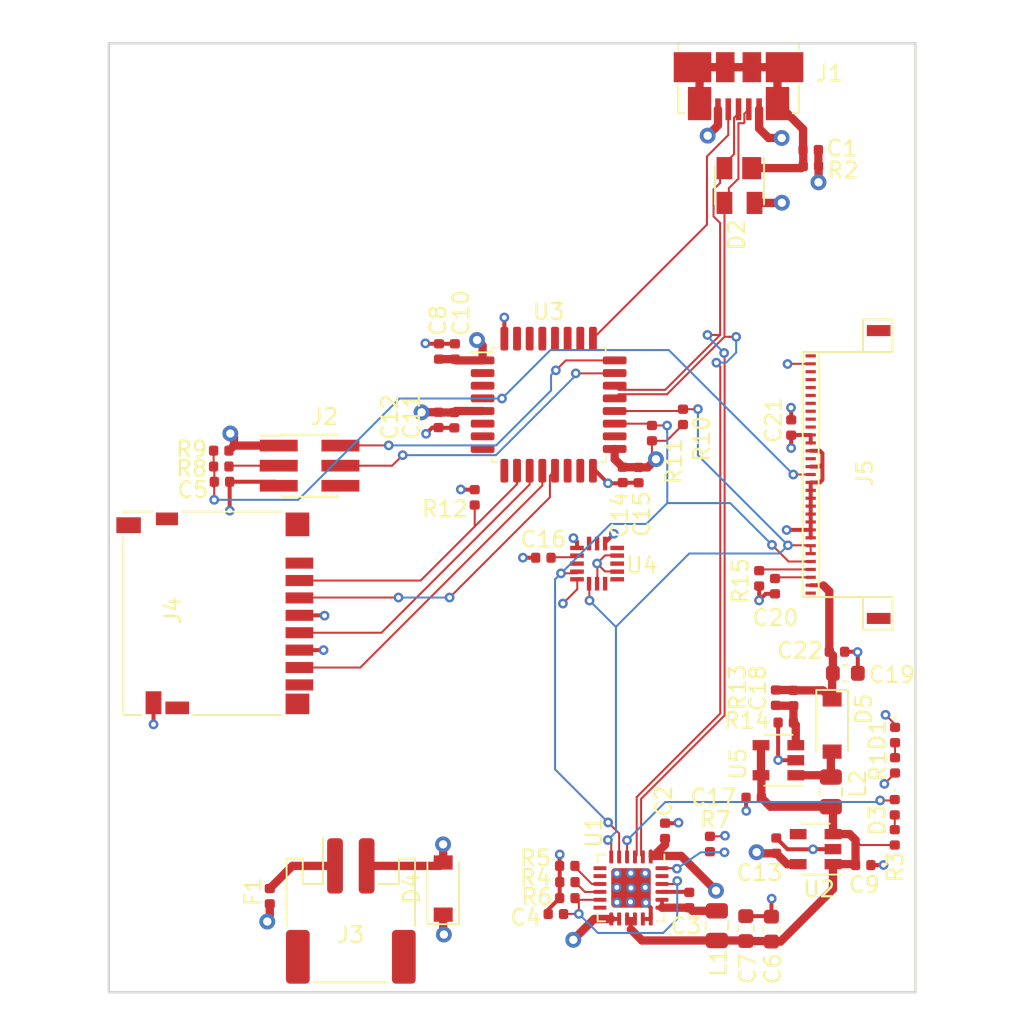
<source format=kicad_pcb>
(kicad_pcb (version 20171130) (host pcbnew "(5.1.0-0)")
  (layers (0 F.Cu signal) (1 InnerTop.Cu signal) (2 InnnerBottom.Cu power) (31 B.Cu signal) (34 B.Paste user) (35 F.Paste user) (36 B.SilkS user) (37 F.SilkS user) (38 B.Mask user) (39 F.Mask user) (44 Edge.Cuts user))
  (net 0 "")
  (net 1 "Net-(C1-Pad1)")
  (net 2 +5V)
  (net 3 "Net-(C3-Pad1)")
  (net 4 "Net-(C3-Pad2)")
  (net 5 "Net-(C4-Pad1)")
  (net 6 +3V8)
  (net 7 +3V3)
  (net 8 "Net-(C16-Pad2)")
  (net 9 "Net-(C18-Pad2)")
  (net 10 VCC)
  (net 11 "Net-(C20-Pad1)")
  (net 12 "Net-(D1-Pad2)")
  (net 13 /D+)
  (net 14 /D-)
  (net 15 "Net-(D3-Pad2)")
  (net 16 "Net-(D3-Pad1)")
  (net 17 +BATT)
  (net 18 "Net-(D5-Pad2)")
  (net 19 "Net-(F1-Pad2)")
  (net 20 /OTG)
  (net 21 /SWCLK)
  (net 22 /NRST)
  (net 23 /SWDIO)
  (net 24 "Net-(J2-Pad6)")
  (net 25 "Net-(J4-Pad8)")
  (net 26 /MISO)
  (net 27 /SCK)
  (net 28 /MOSI)
  (net 29 /SD_CS)
  (net 30 "Net-(J4-Pad1)")
  (net 31 "Net-(R4-Pad2)")
  (net 32 "Net-(R5-Pad1)")
  (net 33 /DSEL)
  (net 34 /SDA)
  (net 35 /SCL)
  (net 36 "Net-(J5-Pad4)")
  (net 37 "Net-(U1-Pad7)")
  (net 38 "Net-(U1-Pad8)")
  (net 39 "Net-(U1-Pad12)")
  (net 40 "Net-(U1-Pad23)")
  (net 41 "Net-(U3-Pad2)")
  (net 42 "Net-(U3-Pad3)")
  (net 43 "Net-(U3-Pad6)")
  (net 44 "Net-(U3-Pad7)")
  (net 45 "Net-(U3-Pad8)")
  (net 46 "Net-(U3-Pad9)")
  (net 47 "Net-(U3-Pad14)")
  (net 48 "Net-(U3-Pad15)")
  (net 49 "Net-(U3-Pad18)")
  (net 50 "Net-(U3-Pad26)")
  (net 51 "Net-(U3-Pad27)")
  (net 52 "Net-(U3-Pad28)")
  (net 53 "Net-(U3-Pad29)")
  (net 54 "Net-(U3-Pad30)")
  (net 55 "Net-(U3-Pad31)")
  (net 56 "Net-(U4-Pad3)")
  (net 57 "Net-(U4-Pad8)")
  (net 58 "Net-(U4-Pad9)")
  (net 59 "Net-(U4-Pad11)")
  (net 60 "Net-(U4-Pad13)")
  (net 61 "Net-(U4-Pad15)")
  (net 62 "Net-(U4-Pad16)")
  (net 63 "Net-(J5-Pad31)")
  (net 64 "Net-(J5-Pad29)")
  (net 65 "Net-(J5-Pad28)")
  (net 66 "Net-(J5-Pad27)")
  (net 67 "Net-(J5-Pad26)")
  (net 68 "Net-(J5-Pad25)")
  (net 69 "Net-(J5-Pad24)")
  (net 70 "Net-(J5-Pad23)")
  (net 71 "Net-(J5-Pad22)")
  (net 72 "Net-(J5-Pad18)")
  (net 73 "Net-(J5-Pad1)")
  (net 74 GND)
  (net 75 "Net-(J2-Pad3)")
  (net 76 "Net-(U2-Pad4)")
  (module Diode_SMD:D_SOD-123 (layer F.Cu) (at 46.1391 78.44536 90)
    (fp_text reference D4 (at 0 -2 90) (layer F.SilkS))
    (fp_text value PMEG6020)
    (pad 2 smd rect (at 1.65 0 90) (size 0.9 1.2) (layers F.Cu F.Paste F.Mask) (net 74 GND))
    (pad 1 smd rect (at -1.65 0 90) (size 0.9 1.2) (layers F.Cu F.Paste F.Mask) (net 17 +BATT))
  )
  (module Capacitor_SMD:C_0402_1005Metric (layer F.Cu) (at 61.6966 79.16926 90)
    (fp_text reference C3 (at -1.6383 -0.20828 180) (layer F.SilkS))
    (fp_text value 47n)
    (pad 1 smd roundrect (at -0.485 0 90) (size 0.59 0.64) (layers F.Cu F.Paste F.Mask) (net 3 "Net-(C3-Pad1)"))
    (pad 2 smd roundrect (at 0.485 0 90) (size 0.59 0.64) (layers F.Cu F.Paste F.Mask) (net 4 "Net-(C3-Pad2)"))
  )
  (module Resistor_SMD:R_0402_1005Metric (layer F.Cu) (at 67.80022 67.95008 180)
    (fp_text reference R14 (at 2.45872 0.12954 180) (layer F.SilkS))
    (fp_text value 10k)
    (pad 1 smd roundrect (at -0.485 0 180) (size 0.59 0.64) (layers F.Cu F.Paste F.Mask) (net 9 "Net-(C18-Pad2)"))
    (pad 2 smd roundrect (at 0.485 0 180) (size 0.59 0.64) (layers F.Cu F.Paste F.Mask) (net 74 GND))
  )
  (module Capacitor_SMD:C_0402_1005Metric (layer F.Cu) (at 67.20078 75.73278 90)
    (fp_text reference C13 (at -1.7169 -1.06426 180) (layer F.SilkS))
    (fp_text value 1u)
    (pad 1 smd roundrect (at -0.485 0 90) (size 0.59 0.64) (layers F.Cu F.Paste F.Mask) (net 7 +3V3))
    (pad 2 smd roundrect (at 0.485 0 90) (size 0.59 0.64) (layers F.Cu F.Paste F.Mask) (net 74 GND))
  )
  (module Capacitor_SMD:C_0402_1005Metric (layer F.Cu) (at 72.69734 76.95946)
    (fp_text reference C9 (at 0.06858 1.23444) (layer F.SilkS))
    (fp_text value 1u)
    (pad 2 smd roundrect (at 0.485 0) (size 0.59 0.64) (layers F.Cu F.Paste F.Mask) (net 74 GND))
    (pad 1 smd roundrect (at -0.485 0) (size 0.59 0.64) (layers F.Cu F.Paste F.Mask) (net 6 +3V8))
  )
  (module Package_DFN_QFN:Texas_S-PWQFN-N24_EP2.7x2.7mm_ThermalVias (layer F.Cu) (at 58.0136 78.40472 270)
    (fp_text reference U1 (at -3.5433 2.34696 90) (layer F.SilkS))
    (fp_text value BQ25895RTW)
    (pad 25 smd roundrect (at 0 0 270) (size 2.5 2.5) (layers F.Cu F.Mask) (roundrect_rratio 0.09300000000000001) (net 74 GND))
    (pad 1 smd roundrect (at -1.9625 -1.25 270) (size 0.825 0.25) (layers F.Cu F.Paste F.Mask) (net 2 +5V))
    (pad 2 smd roundrect (at -1.9625 -0.75 270) (size 0.825 0.25) (layers F.Cu F.Paste F.Mask) (net 13 /D+))
    (pad 3 smd roundrect (at -1.9625 -0.25 270) (size 0.825 0.25) (layers F.Cu F.Paste F.Mask) (net 14 /D-))
    (pad 4 smd roundrect (at -1.9625 0.25 270) (size 0.825 0.25) (layers F.Cu F.Paste F.Mask) (net 16 "Net-(D3-Pad1)"))
    (pad 5 smd roundrect (at -1.9625 0.75 270) (size 0.825 0.25) (layers F.Cu F.Paste F.Mask) (net 35 /SCL))
    (pad 6 smd roundrect (at -1.9625 1.25 270) (size 0.825 0.25) (layers F.Cu F.Paste F.Mask) (net 34 /SDA))
    (pad 7 smd roundrect (at -1.25 1.9625 270) (size 0.25 0.825) (layers F.Cu F.Paste F.Mask) (net 37 "Net-(U1-Pad7)"))
    (pad 8 smd roundrect (at -0.75 1.9625 270) (size 0.25 0.825) (layers F.Cu F.Paste F.Mask) (net 38 "Net-(U1-Pad8)"))
    (pad 9 smd roundrect (at -0.25 1.9625 270) (size 0.25 0.825) (layers F.Cu F.Paste F.Mask) (net 32 "Net-(R5-Pad1)"))
    (pad 10 smd roundrect (at 0.25 1.9625 270) (size 0.25 0.825) (layers F.Cu F.Paste F.Mask) (net 31 "Net-(R4-Pad2)"))
    (pad 11 smd roundrect (at 0.75 1.9625 270) (size 0.25 0.825) (layers F.Cu F.Paste F.Mask) (net 5 "Net-(C4-Pad1)"))
    (pad 12 smd roundrect (at 1.25 1.9625 270) (size 0.25 0.825) (layers F.Cu F.Paste F.Mask) (net 39 "Net-(U1-Pad12)"))
    (pad 13 smd roundrect (at 1.9625 1.25 270) (size 0.825 0.25) (layers F.Cu F.Paste F.Mask) (net 17 +BATT))
    (pad 14 smd roundrect (at 1.9625 0.75 270) (size 0.825 0.25) (layers F.Cu F.Paste F.Mask) (net 17 +BATT))
    (pad 15 smd roundrect (at 1.9625 0.25 270) (size 0.825 0.25) (layers F.Cu F.Paste F.Mask) (net 6 +3V8))
    (pad 16 smd roundrect (at 1.9625 -0.25 270) (size 0.825 0.25) (layers F.Cu F.Paste F.Mask) (net 6 +3V8))
    (pad 17 smd roundrect (at 1.9625 -0.75 270) (size 0.825 0.25) (layers F.Cu F.Paste F.Mask) (net 74 GND))
    (pad 18 smd roundrect (at 1.9625 -1.25 270) (size 0.825 0.25) (layers F.Cu F.Paste F.Mask) (net 74 GND))
    (pad 19 smd roundrect (at 1.25 -1.9625 270) (size 0.25 0.825) (layers F.Cu F.Paste F.Mask) (net 3 "Net-(C3-Pad1)"))
    (pad 20 smd roundrect (at 0.75 -1.9625 270) (size 0.25 0.825) (layers F.Cu F.Paste F.Mask) (net 3 "Net-(C3-Pad1)"))
    (pad 21 smd roundrect (at 0.25 -1.9625 270) (size 0.25 0.825) (layers F.Cu F.Paste F.Mask) (net 4 "Net-(C3-Pad2)"))
    (pad 22 smd roundrect (at -0.25 -1.9625 270) (size 0.25 0.825) (layers F.Cu F.Paste F.Mask) (net 5 "Net-(C4-Pad1)"))
    (pad 23 smd roundrect (at -0.75 -1.9625 270) (size 0.25 0.825) (layers F.Cu F.Paste F.Mask) (net 40 "Net-(U1-Pad23)"))
    (pad 24 smd roundrect (at -1.25 -1.9625 270) (size 0.25 0.825) (layers F.Cu F.Paste F.Mask) (net 33 /DSEL))
  )
  (module Inductor_SMD:L_0805_2012Metric (layer F.Cu) (at 70.6501 72.33158 90)
    (fp_text reference L2 (at 0.52324 1.7018 90) (layer F.SilkS))
    (fp_text value 33u)
    (pad 2 smd roundrect (at 0.9375 0 90) (size 0.975 1.4) (layers F.Cu F.Paste F.Mask) (net 18 "Net-(D5-Pad2)"))
    (pad 1 smd roundrect (at -0.9375 0 90) (size 0.975 1.4) (layers F.Cu F.Paste F.Mask) (net 6 +3V8))
  )
  (module MMA8451QR1:QFN50P300X300X100-16N (layer F.Cu) (at 55.86984 57.8993)
    (fp_text reference U4 (at 2.83718 0.1016) (layer F.SilkS))
    (fp_text value MMA8451QR1 hide)
    (pad 1 smd rect (at -1.27 -0.9906 270) (size 0.275 0.8636) (layers F.Cu F.Paste F.Mask) (net 7 +3V3))
    (pad 2 smd rect (at -1.27 -0.508 270) (size 0.275 0.8636) (layers F.Cu F.Paste F.Mask) (net 8 "Net-(C16-Pad2)"))
    (pad 3 smd rect (at -1.27 0 270) (size 0.275 0.8636) (layers F.Cu F.Paste F.Mask) (net 56 "Net-(U4-Pad3)"))
    (pad 4 smd rect (at -1.27 0.508 270) (size 0.275 0.8636) (layers F.Cu F.Paste F.Mask) (net 35 /SCL))
    (pad 5 smd rect (at -1.27 0.9906 270) (size 0.275 0.8636) (layers F.Cu F.Paste F.Mask) (net 74 GND))
    (pad 6 smd rect (at -0.508 1.27 180) (size 0.275 0.8636) (layers F.Cu F.Paste F.Mask) (net 34 /SDA))
    (pad 7 smd rect (at 0 1.27 180) (size 0.275 0.8636) (layers F.Cu F.Paste F.Mask) (net 74 GND))
    (pad 8 smd rect (at 0.508 1.27 180) (size 0.275 0.8636) (layers F.Cu F.Paste F.Mask) (net 57 "Net-(U4-Pad8)"))
    (pad 9 smd rect (at 1.27 0.9906 270) (size 0.275 0.8636) (layers F.Cu F.Paste F.Mask) (net 58 "Net-(U4-Pad9)"))
    (pad 10 smd rect (at 1.27 0.508 270) (size 0.275 0.8636) (layers F.Cu F.Paste F.Mask) (net 74 GND))
    (pad 11 smd rect (at 1.27 0 270) (size 0.275 0.8636) (layers F.Cu F.Paste F.Mask) (net 59 "Net-(U4-Pad11)"))
    (pad 12 smd rect (at 1.27 -0.508 270) (size 0.275 0.8636) (layers F.Cu F.Paste F.Mask) (net 74 GND))
    (pad 13 smd rect (at 1.27 -0.9906 270) (size 0.275 0.8636) (layers F.Cu F.Paste F.Mask) (net 60 "Net-(U4-Pad13)"))
    (pad 14 smd rect (at 0.508 -1.27 180) (size 0.275 0.8636) (layers F.Cu F.Paste F.Mask) (net 7 +3V3))
    (pad 15 smd rect (at 0 -1.27 180) (size 0.275 0.8636) (layers F.Cu F.Paste F.Mask) (net 61 "Net-(U4-Pad15)"))
    (pad 16 smd rect (at -0.508 -1.27 180) (size 0.275 0.8636) (layers F.Cu F.Paste F.Mask) (net 62 "Net-(U4-Pad16)"))
  )
  (module Connector_USB:USB_Micro-B_Molex_47346-0001 (layer F.Cu) (at 64.81318 27.7114 180)
    (fp_text reference J1 (at -5.7531 0.81534) (layer F.SilkS))
    (fp_text value USB_B_Micro)
    (pad 1 smd rect (at -1.3 -1.46 180) (size 0.35 1.38) (layers F.Cu F.Paste F.Mask) (net 2 +5V))
    (pad 2 smd rect (at -0.65 -1.46 180) (size 0.35 1.38) (layers F.Cu F.Paste F.Mask) (net 14 /D-))
    (pad 3 smd rect (at 0 -1.46 180) (size 0.35 1.38) (layers F.Cu F.Paste F.Mask) (net 13 /D+))
    (pad 4 smd rect (at 0.65 -1.46 180) (size 0.35 1.38) (layers F.Cu F.Paste F.Mask) (net 20 /OTG))
    (pad 5 smd rect (at 1.3 -1.46 180) (size 0.35 1.38) (layers F.Cu F.Paste F.Mask) (net 74 GND))
    (pad 6 smd rect (at -2.4625 -1.1 180) (size 1.475 2.1) (layers F.Cu F.Paste F.Mask) (net 1 "Net-(C1-Pad1)"))
    (pad 6 smd rect (at 2.4625 -1.1 180) (size 1.475 2.1) (layers F.Cu F.Paste F.Mask) (net 1 "Net-(C1-Pad1)"))
    (pad 6 smd rect (at -2.91 1.2 180) (size 2.375 1.9) (layers F.Cu F.Paste F.Mask) (net 1 "Net-(C1-Pad1)"))
    (pad 6 smd rect (at 2.91 1.2 180) (size 2.375 1.9) (layers F.Cu F.Paste F.Mask) (net 1 "Net-(C1-Pad1)"))
    (pad 6 smd rect (at -0.84 1.2 180) (size 1.175 1.9) (layers F.Cu F.Paste F.Mask) (net 1 "Net-(C1-Pad1)"))
    (pad 6 smd rect (at 0.84 1.2 180) (size 1.175 1.9) (layers F.Cu F.Paste F.Mask) (net 1 "Net-(C1-Pad1)"))
  )
  (module Package_TO_SOT_SMD:SOT-23-5 (layer F.Cu) (at 69.68472 75.95104 180)
    (fp_text reference U2 (at -0.21608 -2.52226 180) (layer F.SilkS))
    (fp_text value LP5907MFX-3.3)
    (pad 5 smd rect (at 1.1 -0.95 180) (size 1.06 0.65) (layers F.Cu F.Paste F.Mask) (net 7 +3V3))
    (pad 4 smd rect (at 1.1 0.95 180) (size 1.06 0.65) (layers F.Cu F.Paste F.Mask) (net 76 "Net-(U2-Pad4)"))
    (pad 3 smd rect (at -1.1 0.95 180) (size 1.06 0.65) (layers F.Cu F.Paste F.Mask) (net 6 +3V8))
    (pad 2 smd rect (at -1.1 0 180) (size 1.06 0.65) (layers F.Cu F.Paste F.Mask) (net 74 GND))
    (pad 1 smd rect (at -1.1 -0.95 180) (size 1.06 0.65) (layers F.Cu F.Paste F.Mask) (net 6 +3V8))
  )
  (module Capacitor_SMD:C_0603_1608Metric (layer F.Cu) (at 65.27038 80.9751 90)
    (fp_text reference C7 (at -2.54264 0.13208 90) (layer F.SilkS))
    (fp_text value 10u)
    (pad 2 smd roundrect (at 0.7875 0 90) (size 0.875 0.95) (layers F.Cu F.Paste F.Mask) (net 74 GND))
    (pad 1 smd roundrect (at -0.7875 0 90) (size 0.875 0.95) (layers F.Cu F.Paste F.Mask) (net 6 +3V8))
  )
  (module Capacitor_SMD:C_0603_1608Metric (layer F.Cu) (at 66.89344 81.00822 90)
    (fp_text reference C6 (at -2.50952 0.0762 90) (layer F.SilkS))
    (fp_text value 10u)
    (pad 2 smd roundrect (at 0.7875 0 90) (size 0.875 0.95) (layers F.Cu F.Paste F.Mask) (net 74 GND))
    (pad 1 smd roundrect (at -0.7875 0 90) (size 0.875 0.95) (layers F.Cu F.Paste F.Mask) (net 6 +3V8))
  )
  (module Capacitor_SMD:C_0603_1608Metric (layer F.Cu) (at 71.56714 64.8335)
    (fp_text reference C19 (at 2.93614 0.0889) (layer F.SilkS))
    (fp_text value 4u7)
    (pad 2 smd roundrect (at 0.7875 0) (size 0.875 0.95) (layers F.Cu F.Paste F.Mask) (net 74 GND))
    (pad 1 smd roundrect (at -0.7875 0) (size 0.875 0.95) (layers F.Cu F.Paste F.Mask) (net 10 VCC))
  )
  (module Capacitor_SMD:C_0402_1005Metric (layer F.Cu) (at 68.14312 49.29364 90)
    (fp_text reference C21 (at 0.46976 -1.12268 90) (layer F.SilkS))
    (fp_text value 1u)
    (pad 2 smd roundrect (at 0.485 0 90) (size 0.59 0.64) (layers F.Cu F.Paste F.Mask) (net 74 GND))
    (pad 1 smd roundrect (at -0.485 0 90) (size 0.59 0.64) (layers F.Cu F.Paste F.Mask) (net 7 +3V3))
  )
  (module Capacitor_SMD:C_0402_1005Metric (layer F.Cu) (at 67.1195 59.3241 270)
    (fp_text reference C20 (at 1.99912 -0.02794) (layer F.SilkS))
    (fp_text value 2u2)
    (pad 2 smd roundrect (at 0.485 0 270) (size 0.59 0.64) (layers F.Cu F.Paste F.Mask) (net 74 GND))
    (pad 1 smd roundrect (at -0.485 0 270) (size 0.59 0.64) (layers F.Cu F.Paste F.Mask) (net 11 "Net-(C20-Pad1)"))
  )
  (module Capacitor_SMD:C_0402_1005Metric (layer F.Cu) (at 60.16752 74.79552 90)
    (fp_text reference C2 (at 1.87696 -0.08128 90) (layer F.SilkS))
    (fp_text value 1u)
    (pad 2 smd roundrect (at 0.485 0 90) (size 0.59 0.64) (layers F.Cu F.Paste F.Mask) (net 74 GND))
    (pad 1 smd roundrect (at -0.485 0 90) (size 0.59 0.64) (layers F.Cu F.Paste F.Mask) (net 2 +5V))
  )
  (module Capacitor_SMD:C_0402_1005Metric (layer F.Cu) (at 69.37742 31.74492)
    (fp_text reference C1 (at 1.97118 -0.10668) (layer F.SilkS))
    (fp_text value 4n7)
    (pad 2 smd roundrect (at 0.485 0) (size 0.59 0.64) (layers F.Cu F.Paste F.Mask) (net 74 GND))
    (pad 1 smd roundrect (at -0.485 0) (size 0.59 0.64) (layers F.Cu F.Paste F.Mask) (net 1 "Net-(C1-Pad1)"))
  )
  (module MountingHole:MountingHole_2.2mm_M2 (layer F.Cu) (at 73.4 82.4)
    (fp_text reference REF** hide)
    (fp_text value MountingHole_2.2mm_M2)
    (pad 1 np_thru_hole circle (at 0 0) (size 2.2 2.2) (drill 2.2) (layers *.Cu *.Mask))
  )
  (module MountingHole:MountingHole_2.2mm_M2 (layer F.Cu) (at 73.4 27.6)
    (fp_text reference REF** hide)
    (fp_text value MountingHole_2.2mm_M2)
    (pad 1 np_thru_hole circle (at 0 0) (size 2.2 2.2) (drill 2.2) (layers *.Cu *.Mask))
  )
  (module MountingHole:MountingHole_2.2mm_M2 (layer F.Cu) (at 27.6 82.4)
    (fp_text reference REF** hide)
    (fp_text value MountingHole_2.2mm_M2)
    (pad 1 np_thru_hole circle (at 0 0) (size 2.2 2.2) (drill 2.2) (layers *.Cu *.Mask))
  )
  (module MountingHole:MountingHole_2.2mm_M2 (layer F.Cu) (at 27.6 27.6)
    (fp_text reference REF** hide)
    (fp_text value MountingHole_2.2mm_M2)
    (pad 1 np_thru_hole circle (at 0 0) (size 2.2 2.2) (drill 2.2) (layers *.Cu *.Mask))
  )
  (module Capacitor_SMD:C_0402_1005Metric (layer F.Cu) (at 65.7733 72.69988 180)
    (fp_text reference C17 (at 2.55002 0.03556 180) (layer F.SilkS))
    (fp_text value 2u2)
    (pad 1 smd roundrect (at -0.485 0 180) (size 0.59 0.64) (layers F.Cu F.Paste F.Mask) (net 6 +3V8))
    (pad 2 smd roundrect (at 0.485 0 180) (size 0.59 0.64) (layers F.Cu F.Paste F.Mask) (net 74 GND))
  )
  (module Connector_FFC-FPC:FPC_31 (layer F.Cu) (at 69.37502 52.26558 90)
    (fp_text reference J5 (at 0.0762 3.43408 90) (layer F.SilkS))
    (fp_text value Conn_01x31)
    (pad 0 smd rect (at 9.1 4.3 90) (size 0.7 1.5) (layers F.Cu F.Paste F.Mask))
    (pad 0 smd rect (at -9.1 4.3 90) (size 0.7 1.5) (layers F.Cu F.Paste F.Mask))
    (pad 31 smd rect (at 7.5 0 90) (size 0.2 0.65) (layers F.Cu F.Paste F.Mask) (net 63 "Net-(J5-Pad31)"))
    (pad 30 smd rect (at 7 0 90) (size 0.2 0.65) (layers F.Cu F.Paste F.Mask) (net 74 GND))
    (pad 29 smd rect (at 6.5 0 90) (size 0.2 0.65) (layers F.Cu F.Paste F.Mask) (net 64 "Net-(J5-Pad29)"))
    (pad 28 smd rect (at 6 0 90) (size 0.2 0.65) (layers F.Cu F.Paste F.Mask) (net 65 "Net-(J5-Pad28)"))
    (pad 27 smd rect (at 5.5 0 90) (size 0.2 0.65) (layers F.Cu F.Paste F.Mask) (net 66 "Net-(J5-Pad27)"))
    (pad 26 smd rect (at 5 0 90) (size 0.2 0.65) (layers F.Cu F.Paste F.Mask) (net 67 "Net-(J5-Pad26)"))
    (pad 25 smd rect (at 4.5 0 90) (size 0.2 0.65) (layers F.Cu F.Paste F.Mask) (net 68 "Net-(J5-Pad25)"))
    (pad 24 smd rect (at 4 0 90) (size 0.2 0.65) (layers F.Cu F.Paste F.Mask) (net 69 "Net-(J5-Pad24)"))
    (pad 23 smd rect (at 3.5 0 90) (size 0.2 0.65) (layers F.Cu F.Paste F.Mask) (net 70 "Net-(J5-Pad23)"))
    (pad 22 smd rect (at 3 0 90) (size 0.2 0.65) (layers F.Cu F.Paste F.Mask) (net 71 "Net-(J5-Pad22)"))
    (pad 21 smd rect (at 2.5 0 90) (size 0.2 0.65) (layers F.Cu F.Paste F.Mask) (net 7 +3V3))
    (pad 20 smd rect (at 2 0 90) (size 0.2 0.65) (layers F.Cu F.Paste F.Mask) (net 7 +3V3))
    (pad 19 smd rect (at 1.5 0 90) (size 0.2 0.65) (layers F.Cu F.Paste F.Mask) (net 74 GND))
    (pad 18 smd rect (at 1 0 90) (size 0.2 0.65) (layers F.Cu F.Paste F.Mask) (net 72 "Net-(J5-Pad18)"))
    (pad 17 smd rect (at 0.5 0 90) (size 0.2 0.65) (layers F.Cu F.Paste F.Mask) (net 74 GND))
    (pad 16 smd rect (at 0 0 90) (size 0.2 0.65) (layers F.Cu F.Paste F.Mask) (net 22 /NRST))
    (pad 15 smd rect (at -0.5 0 90) (size 0.2 0.65) (layers F.Cu F.Paste F.Mask) (net 74 GND))
    (pad 14 smd rect (at -1 0 90) (size 0.2 0.65) (layers F.Cu F.Paste F.Mask) (net 74 GND))
    (pad 13 smd rect (at -1.5 0 90) (size 0.2 0.65) (layers F.Cu F.Paste F.Mask) (net 74 GND))
    (pad 12 smd rect (at -2 0 90) (size 0.2 0.65) (layers F.Cu F.Paste F.Mask) (net 74 GND))
    (pad 11 smd rect (at -2.5 0 90) (size 0.2 0.65) (layers F.Cu F.Paste F.Mask) (net 74 GND))
    (pad 10 smd rect (at -3 0 90) (size 0.2 0.65) (layers F.Cu F.Paste F.Mask) (net 74 GND))
    (pad 9 smd rect (at -3.5 0 90) (size 0.2 0.65) (layers F.Cu F.Paste F.Mask) (net 74 GND))
    (pad 8 smd rect (at -4 0 90) (size 0.2 0.65) (layers F.Cu F.Paste F.Mask) (net 74 GND))
    (pad 7 smd rect (at -4.5 0 90) (size 0.2 0.65) (layers F.Cu F.Paste F.Mask) (net 34 /SDA))
    (pad 6 smd rect (at -5 0 90) (size 0.2 0.65) (layers F.Cu F.Paste F.Mask) (net 34 /SDA))
    (pad 5 smd rect (at -5.5 0 90) (size 0.2 0.65) (layers F.Cu F.Paste F.Mask) (net 35 /SCL))
    (pad 4 smd rect (at -6 0 90) (size 0.2 0.65) (layers F.Cu F.Paste F.Mask) (net 36 "Net-(J5-Pad4)"))
    (pad 3 smd rect (at -6.5 0 90) (size 0.2 0.65) (layers F.Cu F.Paste F.Mask) (net 11 "Net-(C20-Pad1)"))
    (pad 2 smd rect (at -7 0 90) (size 0.2 0.65) (layers F.Cu F.Paste F.Mask) (net 10 VCC))
    (pad 1 smd rect (at -7.5 0 90) (size 0.2 0.65) (layers F.Cu F.Paste F.Mask) (net 73 "Net-(J5-Pad1)"))
  )
  (module Capacitor_SMD:C_0402_1005Metric (layer F.Cu) (at 53.26394 80.05572 180)
    (fp_text reference C4 (at 1.91022 -0.22098 180) (layer F.SilkS))
    (fp_text value 4n7)
    (pad 1 smd roundrect (at -0.485 0 180) (size 0.59 0.64) (layers F.Cu F.Paste F.Mask) (net 5 "Net-(C4-Pad1)"))
    (pad 2 smd roundrect (at 0.485 0 180) (size 0.59 0.64) (layers F.Cu F.Paste F.Mask) (net 74 GND))
  )
  (module Capacitor_SMD:C_0402_1005Metric (layer F.Cu) (at 32.15372 52.72278)
    (fp_text reference C5 (at -1.83882 0.51308) (layer F.SilkS))
    (fp_text value 100n)
    (pad 2 smd roundrect (at 0.485 0) (size 0.59 0.64) (layers F.Cu F.Paste F.Mask) (net 74 GND))
    (pad 1 smd roundrect (at -0.485 0) (size 0.59 0.64) (layers F.Cu F.Paste F.Mask) (net 22 /NRST))
  )
  (module Capacitor_SMD:C_0402_1005Metric (layer F.Cu) (at 45.87494 44.4857 270)
    (fp_text reference C8 (at -1.9661 0.05334 270) (layer F.SilkS))
    (fp_text value 100n)
    (pad 1 smd roundrect (at -0.485 0 270) (size 0.59 0.64) (layers F.Cu F.Paste F.Mask) (net 74 GND))
    (pad 2 smd roundrect (at 0.485 0 270) (size 0.59 0.64) (layers F.Cu F.Paste F.Mask) (net 7 +3V3))
  )
  (module Capacitor_SMD:C_0402_1005Metric (layer F.Cu) (at 46.88078 44.4857 270)
    (fp_text reference C10 (at -2.4233 -0.39116 270) (layer F.SilkS))
    (fp_text value 100n)
    (pad 2 smd roundrect (at 0.485 0 270) (size 0.59 0.64) (layers F.Cu F.Paste F.Mask) (net 7 +3V3))
    (pad 1 smd roundrect (at -0.485 0 270) (size 0.59 0.64) (layers F.Cu F.Paste F.Mask) (net 74 GND))
  )
  (module Capacitor_SMD:C_0402_1005Metric (layer F.Cu) (at 46.84268 48.82882 90)
    (fp_text reference C11 (at 0.22592 -2.69748 90) (layer F.SilkS))
    (fp_text value 1n)
    (pad 1 smd roundrect (at -0.485 0 90) (size 0.59 0.64) (layers F.Cu F.Paste F.Mask) (net 74 GND))
    (pad 2 smd roundrect (at 0.485 0 90) (size 0.59 0.64) (layers F.Cu F.Paste F.Mask) (net 7 +3V3))
  )
  (module Capacitor_SMD:C_0402_1005Metric (layer F.Cu) (at 45.84192 48.81358 90)
    (fp_text reference C12 (at 0.17004 -3.07594 90) (layer F.SilkS))
    (fp_text value 10n)
    (pad 2 smd roundrect (at 0.485 0 90) (size 0.59 0.64) (layers F.Cu F.Paste F.Mask) (net 7 +3V3))
    (pad 1 smd roundrect (at -0.485 0 90) (size 0.59 0.64) (layers F.Cu F.Paste F.Mask) (net 74 GND))
  )
  (module Capacitor_SMD:C_0402_1005Metric (layer F.Cu) (at 57.49036 52.2883 90)
    (fp_text reference C14 (at -2.52744 -0.19812 90) (layer F.SilkS))
    (fp_text value 100n)
    (pad 1 smd roundrect (at -0.485 0 90) (size 0.59 0.64) (layers F.Cu F.Paste F.Mask) (net 74 GND))
    (pad 2 smd roundrect (at 0.485 0 90) (size 0.59 0.64) (layers F.Cu F.Paste F.Mask) (net 7 +3V3))
  )
  (module Capacitor_SMD:C_0402_1005Metric (layer F.Cu) (at 58.49366 52.301 90)
    (fp_text reference C15 (at -2.47156 0.20574 90) (layer F.SilkS))
    (fp_text value 100n)
    (pad 2 smd roundrect (at 0.485 0 90) (size 0.59 0.64) (layers F.Cu F.Paste F.Mask) (net 7 +3V3))
    (pad 1 smd roundrect (at -0.485 0 90) (size 0.59 0.64) (layers F.Cu F.Paste F.Mask) (net 74 GND))
  )
  (module Capacitor_SMD:C_0402_1005Metric (layer F.Cu) (at 52.47372 57.52846)
    (fp_text reference C16 (at 0 -1.17) (layer F.SilkS))
    (fp_text value 100n)
    (pad 1 smd roundrect (at -0.485 0) (size 0.59 0.64) (layers F.Cu F.Paste F.Mask) (net 74 GND))
    (pad 2 smd roundrect (at 0.485 0) (size 0.59 0.64) (layers F.Cu F.Paste F.Mask) (net 8 "Net-(C16-Pad2)"))
  )
  (module Capacitor_SMD:C_0402_1005Metric (layer F.Cu) (at 68.28028 66.39814 270)
    (fp_text reference C18 (at -0.6223 2.24536 270) (layer F.SilkS))
    (fp_text value 270p)
    (pad 2 smd roundrect (at 0.485 0 270) (size 0.59 0.64) (layers F.Cu F.Paste F.Mask) (net 9 "Net-(C18-Pad2)"))
    (pad 1 smd roundrect (at -0.485 0 270) (size 0.59 0.64) (layers F.Cu F.Paste F.Mask) (net 10 VCC))
  )
  (module Capacitor_SMD:C_0402_1005Metric (layer F.Cu) (at 71.03858 63.47206)
    (fp_text reference C22 (at -2.3392 -0.08128) (layer F.SilkS))
    (fp_text value 2u2)
    (pad 2 smd roundrect (at 0.485 0) (size 0.59 0.64) (layers F.Cu F.Paste F.Mask) (net 74 GND))
    (pad 1 smd roundrect (at -0.485 0) (size 0.59 0.64) (layers F.Cu F.Paste F.Mask) (net 10 VCC))
  )
  (module LED_SMD:LED_0402_1005Metric (layer F.Cu) (at 74.70902 68.73508 270)
    (fp_text reference D1 (at 0.0024 1.11506 270) (layer F.SilkS))
    (fp_text value G_LED)
    (pad 1 smd roundrect (at -0.485 0 270) (size 0.59 0.64) (layers F.Cu F.Paste F.Mask) (net 74 GND))
    (pad 2 smd roundrect (at 0.485 0 270) (size 0.59 0.64) (layers F.Cu F.Paste F.Mask) (net 12 "Net-(D1-Pad2)"))
  )
  (module Package_TO_SOT_SMD:SOT-143 (layer F.Cu) (at 64.87376 33.993 270)
    (fp_text reference D2 (at 3.12402 0.1825 270) (layer F.SilkS))
    (fp_text value PRTR5V0U2X)
    (pad 4 smd rect (at 1.1 -0.95 180) (size 1 1.4) (layers F.Cu F.Paste F.Mask) (net 2 +5V))
    (pad 3 smd rect (at 1.1 0.95 180) (size 1 1.4) (layers F.Cu F.Paste F.Mask) (net 14 /D-))
    (pad 2 smd rect (at -1.1 0.95 180) (size 1 1.4) (layers F.Cu F.Paste F.Mask) (net 13 /D+))
    (pad 1 smd rect (at -1.1 -0.77 180) (size 1.2 1.4) (layers F.Cu F.Paste F.Mask) (net 1 "Net-(C1-Pad1)"))
  )
  (module LED_SMD:LED_0402_1005Metric (layer F.Cu) (at 74.69124 73.30426 270)
    (fp_text reference D3 (at 0.80532 1.09982 90) (layer F.SilkS))
    (fp_text value O_LED)
    (pad 2 smd roundrect (at 0.485 0 270) (size 0.59 0.64) (layers F.Cu F.Paste F.Mask) (net 15 "Net-(D3-Pad2)"))
    (pad 1 smd roundrect (at -0.485 0 270) (size 0.59 0.64) (layers F.Cu F.Paste F.Mask) (net 16 "Net-(D3-Pad1)"))
  )
  (module Diode_SMD:D_SOD-123 (layer F.Cu) (at 70.73138 68.13704 270)
    (fp_text reference D5 (at -1.04548 -1.98374 270) (layer F.SilkS))
    (fp_text value MBR0520)
    (pad 1 smd rect (at -1.65 0 270) (size 0.9 1.2) (layers F.Cu F.Paste F.Mask) (net 10 VCC))
    (pad 2 smd rect (at 1.65 0 270) (size 0.9 1.2) (layers F.Cu F.Paste F.Mask) (net 18 "Net-(D5-Pad2)"))
  )
  (module Fuse:Fuse_0402_1005Metric (layer F.Cu) (at 35.17646 78.92528 90)
    (fp_text reference F1 (at 0.27672 -1.06426 90) (layer F.SilkS))
    (fp_text value MFFSMF050)
    (pad 1 smd roundrect (at -0.485 0 90) (size 0.59 0.64) (layers F.Cu F.Paste F.Mask) (net 17 +BATT))
    (pad 2 smd roundrect (at 0.485 0 90) (size 0.59 0.64) (layers F.Cu F.Paste F.Mask) (net 19 "Net-(F1-Pad2)"))
  )
  (module Connector_PinHeader_1.27mm:PinHeader_2x03_P1.27mm_Vertical_SMD (layer F.Cu) (at 37.69106 51.70678)
    (fp_text reference J2 (at 0.94488 -3.10388) (layer F.SilkS))
    (fp_text value SWD)
    (pad 1 smd rect (at -1.95 -1.27) (size 2.4 0.74) (layers F.Cu F.Paste F.Mask) (net 7 +3V3))
    (pad 2 smd rect (at 1.95 -1.27) (size 2.4 0.74) (layers F.Cu F.Paste F.Mask) (net 21 /SWCLK))
    (pad 3 smd rect (at -1.95 0) (size 2.4 0.74) (layers F.Cu F.Paste F.Mask) (net 75 "Net-(J2-Pad3)"))
    (pad 4 smd rect (at 1.95 0) (size 2.4 0.74) (layers F.Cu F.Paste F.Mask) (net 23 /SWDIO))
    (pad 5 smd rect (at -1.95 1.27) (size 2.4 0.74) (layers F.Cu F.Paste F.Mask) (net 74 GND))
    (pad 6 smd rect (at 1.95 1.27) (size 2.4 0.74) (layers F.Cu F.Paste F.Mask) (net 24 "Net-(J2-Pad6)"))
  )
  (module Connector_JST:JST_PH_S2B-PH-SM4-TB_1x02-1MP_P2.00mm_Horizontal (layer F.Cu) (at 40.29964 79.86014)
    (fp_text reference J3 (at 0.00254 1.51384) (layer F.SilkS))
    (fp_text value Conn_01x02)
    (pad 1 smd roundrect (at -1 -2.85) (size 1 3.5) (layers F.Cu F.Paste F.Mask) (net 19 "Net-(F1-Pad2)"))
    (pad 2 smd roundrect (at 1 -2.85) (size 1 3.5) (layers F.Cu F.Paste F.Mask) (net 74 GND))
    (pad MP smd roundrect (at -3.35 2.9) (size 1.5 3.4) (layers F.Cu F.Paste F.Mask) (roundrect_rratio 0.166667))
    (pad MP smd roundrect (at 3.35 2.9) (size 1.5 3.4) (layers F.Cu F.Paste F.Mask) (roundrect_rratio 0.166667))
  )
  (module Connector_Card:microSD_HC_Hirose_DM3D-SF (layer F.Cu) (at 31.6992 61.04382 90)
    (fp_text reference J4 (at 0.1651 -2.6543 90) (layer F.SilkS))
    (fp_text value Micro_SD_Card)
    (pad 8 smd rect (at -4.525 5.35 90) (size 0.7 1.75) (layers F.Cu F.Paste F.Mask) (net 25 "Net-(J4-Pad8)"))
    (pad 11 smd rect (at -5.725 5.225 90) (size 1.3 1.5) (layers F.Cu F.Paste F.Mask))
    (pad 11 smd rect (at -5.975 -2.375 90) (size 0.8 1.5) (layers F.Cu F.Paste F.Mask))
    (pad 9 smd rect (at -5.65 -3.875 90) (size 1.45 1) (layers F.Cu F.Paste F.Mask) (net 74 GND))
    (pad 11 smd rect (at 5.975 -3.025 90) (size 0.8 1.4) (layers F.Cu F.Paste F.Mask))
    (pad 7 smd rect (at -3.425 5.35 90) (size 0.7 1.75) (layers F.Cu F.Paste F.Mask) (net 26 /MISO))
    (pad 6 smd rect (at -2.325 5.35 90) (size 0.7 1.75) (layers F.Cu F.Paste F.Mask) (net 74 GND))
    (pad 5 smd rect (at -1.225 5.35 90) (size 0.7 1.75) (layers F.Cu F.Paste F.Mask) (net 27 /SCK))
    (pad 4 smd rect (at -0.125 5.35 90) (size 0.7 1.75) (layers F.Cu F.Paste F.Mask) (net 7 +3V3))
    (pad 3 smd rect (at 0.975 5.35 90) (size 0.7 1.75) (layers F.Cu F.Paste F.Mask) (net 28 /MOSI))
    (pad 2 smd rect (at 2.075 5.35 90) (size 0.7 1.75) (layers F.Cu F.Paste F.Mask) (net 29 /SD_CS))
    (pad 1 smd rect (at 3.175 5.35 90) (size 0.7 1.75) (layers F.Cu F.Paste F.Mask) (net 30 "Net-(J4-Pad1)"))
    (pad 11 smd rect (at 5.625 5.225 90) (size 1.5 1.5) (layers F.Cu F.Paste F.Mask))
    (pad 10 smd rect (at 5.575 -5.45 90) (size 1 1.55) (layers F.Cu F.Paste F.Mask))
  )
  (module Inductor_SMD:L_0805_2012Metric (layer F.Cu) (at 63.44412 80.79002 270)
    (fp_text reference L1 (at 2.34212 -0.09398 270) (layer F.SilkS))
    (fp_text value 2u2)
    (pad 1 smd roundrect (at -0.9375 0 270) (size 0.975 1.4) (layers F.Cu F.Paste F.Mask) (net 3 "Net-(C3-Pad1)"))
    (pad 2 smd roundrect (at 0.9375 0 270) (size 0.975 1.4) (layers F.Cu F.Paste F.Mask) (net 6 +3V8))
  )
  (module Resistor_SMD:R_0402_1005Metric (layer F.Cu) (at 74.70902 70.6525 90)
    (fp_text reference R1 (at -0.03824 -1.07442 90) (layer F.SilkS))
    (fp_text value 390R)
    (pad 2 smd roundrect (at 0.485 0 90) (size 0.59 0.64) (layers F.Cu F.Paste F.Mask) (net 12 "Net-(D1-Pad2)"))
    (pad 1 smd roundrect (at -0.485 0 90) (size 0.59 0.64) (layers F.Cu F.Paste F.Mask) (net 2 +5V))
  )
  (module Resistor_SMD:R_0402_1005Metric (layer F.Cu) (at 69.39012 32.76346)
    (fp_text reference R2 (at 2.03468 0.26416) (layer F.SilkS))
    (fp_text value 1M)
    (pad 1 smd roundrect (at -0.485 0) (size 0.59 0.64) (layers F.Cu F.Paste F.Mask) (net 1 "Net-(C1-Pad1)"))
    (pad 2 smd roundrect (at 0.485 0) (size 0.59 0.64) (layers F.Cu F.Paste F.Mask) (net 74 GND))
  )
  (module Resistor_SMD:R_0402_1005Metric (layer F.Cu) (at 74.69124 75.20672 270)
    (fp_text reference R3 (at 1.86704 -0.0254 270) (layer F.SilkS))
    (fp_text value 330R)
    (pad 1 smd roundrect (at -0.485 0 270) (size 0.59 0.64) (layers F.Cu F.Paste F.Mask) (net 15 "Net-(D3-Pad2)"))
    (pad 2 smd roundrect (at 0.485 0 270) (size 0.59 0.64) (layers F.Cu F.Paste F.Mask) (net 6 +3V8))
  )
  (module Resistor_SMD:R_0402_1005Metric (layer F.Cu) (at 53.99292 78.03388)
    (fp_text reference R4 (at -2.02198 -0.28194) (layer F.SilkS))
    (fp_text value 330R)
    (pad 2 smd roundrect (at 0.485 0) (size 0.59 0.64) (layers F.Cu F.Paste F.Mask) (net 31 "Net-(R4-Pad2)"))
    (pad 1 smd roundrect (at -0.485 0) (size 0.59 0.64) (layers F.Cu F.Paste F.Mask) (net 74 GND))
  )
  (module Resistor_SMD:R_0402_1005Metric (layer F.Cu) (at 53.9853 77.01026 180)
    (fp_text reference R5 (at 2.01436 0.48768) (layer F.SilkS))
    (fp_text value 10k)
    (pad 1 smd roundrect (at -0.485 0 180) (size 0.59 0.64) (layers F.Cu F.Paste F.Mask) (net 32 "Net-(R5-Pad1)"))
    (pad 2 smd roundrect (at 0.485 0 180) (size 0.59 0.64) (layers F.Cu F.Paste F.Mask) (net 74 GND))
  )
  (module Resistor_SMD:R_0402_1005Metric (layer F.Cu) (at 53.99038 79.04734 180)
    (fp_text reference R6 (at 1.92546 0.08128 180) (layer F.SilkS))
    (fp_text value 10k)
    (pad 1 smd roundrect (at -0.485 0 180) (size 0.59 0.64) (layers F.Cu F.Paste F.Mask) (net 5 "Net-(C4-Pad1)"))
    (pad 2 smd roundrect (at 0.485 0 180) (size 0.59 0.64) (layers F.Cu F.Paste F.Mask) (net 74 GND))
  )
  (module Resistor_SMD:R_0402_1005Metric (layer F.Cu) (at 63.0047 75.6261 270)
    (fp_text reference R7 (at -1.5343 -0.3429) (layer F.SilkS))
    (fp_text value 10k)
    (pad 2 smd roundrect (at 0.485 0 270) (size 0.59 0.64) (layers F.Cu F.Paste F.Mask) (net 33 /DSEL))
    (pad 1 smd roundrect (at -0.485 0 270) (size 0.59 0.64) (layers F.Cu F.Paste F.Mask) (net 7 +3V3))
  )
  (module Resistor_SMD:R_0402_1005Metric (layer F.Cu) (at 32.108 51.75758 180)
    (fp_text reference R8 (at 1.87184 -0.127 180) (layer F.SilkS))
    (fp_text value 39R)
    (pad 2 smd roundrect (at 0.485 0 180) (size 0.59 0.64) (layers F.Cu F.Paste F.Mask) (net 22 /NRST))
    (pad 1 smd roundrect (at -0.485 0 180) (size 0.59 0.64) (layers F.Cu F.Paste F.Mask) (net 75 "Net-(J2-Pad3)"))
  )
  (module Resistor_SMD:R_0402_1005Metric (layer F.Cu) (at 32.10828 50.75682)
    (fp_text reference R9 (at -1.8772 -0.08636) (layer F.SilkS))
    (fp_text value 10k)
    (pad 1 smd roundrect (at -0.485 0) (size 0.59 0.64) (layers F.Cu F.Paste F.Mask) (net 22 /NRST))
    (pad 2 smd roundrect (at 0.485 0) (size 0.59 0.64) (layers F.Cu F.Paste F.Mask) (net 7 +3V3))
  )
  (module Resistor_SMD:R_0402_1005Metric (layer F.Cu) (at 61.30036 48.62054 90)
    (fp_text reference R10 (at -1.38952 1.18364 90) (layer F.SilkS))
    (fp_text value 4k7)
    (pad 1 smd roundrect (at -0.485 0 90) (size 0.59 0.64) (layers F.Cu F.Paste F.Mask) (net 7 +3V3))
    (pad 2 smd roundrect (at 0.485 0 90) (size 0.59 0.64) (layers F.Cu F.Paste F.Mask) (net 34 /SDA))
  )
  (module Resistor_SMD:R_0402_1005Metric (layer F.Cu) (at 59.33694 49.64924 90)
    (fp_text reference R11 (at -1.7756 1.38684 90) (layer F.SilkS))
    (fp_text value 4k7)
    (pad 2 smd roundrect (at 0.485 0 90) (size 0.59 0.64) (layers F.Cu F.Paste F.Mask) (net 35 /SCL))
    (pad 1 smd roundrect (at -0.485 0 90) (size 0.59 0.64) (layers F.Cu F.Paste F.Mask) (net 7 +3V3))
  )
  (module Resistor_SMD:R_0402_1005Metric (layer F.Cu) (at 48.13046 53.70844 90)
    (fp_text reference R12 (at -0.73392 -1.88722 180) (layer F.SilkS))
    (fp_text value 4k7)
    (pad 1 smd roundrect (at -0.485 0 90) (size 0.59 0.64) (layers F.Cu F.Paste F.Mask) (net 29 /SD_CS))
    (pad 2 smd roundrect (at 0.485 0 90) (size 0.59 0.64) (layers F.Cu F.Paste F.Mask) (net 7 +3V3))
  )
  (module Resistor_SMD:R_0402_1005Metric (layer F.Cu) (at 67.17538 66.37542 270)
    (fp_text reference R13 (at -0.65292 2.42316 270) (layer F.SilkS))
    (fp_text value 100k)
    (pad 2 smd roundrect (at 0.485 0 270) (size 0.59 0.64) (layers F.Cu F.Paste F.Mask) (net 9 "Net-(C18-Pad2)"))
    (pad 1 smd roundrect (at -0.485 0 270) (size 0.59 0.64) (layers F.Cu F.Paste F.Mask) (net 10 VCC))
  )
  (module Resistor_SMD:R_0402_1005Metric (layer F.Cu) (at 66.1162 58.8288 90)
    (fp_text reference R15 (at -0.17286 -1.18872 90) (layer F.SilkS))
    (fp_text value 900k)
    (pad 2 smd roundrect (at 0.485 0 90) (size 0.59 0.64) (layers F.Cu F.Paste F.Mask) (net 36 "Net-(J5-Pad4)"))
    (pad 1 smd roundrect (at -0.485 0 90) (size 0.59 0.64) (layers F.Cu F.Paste F.Mask) (net 74 GND))
  )
  (module Package_QFP:LQFP-32_7x7mm_P0.8mm (layer F.Cu) (at 52.80772 47.8503)
    (fp_text reference U3 (at 0 -5.88) (layer F.SilkS))
    (fp_text value STM32F042K6Tx)
    (pad 1 smd roundrect (at -4.175 -2.8) (size 1.5 0.5) (layers F.Cu F.Paste F.Mask) (net 7 +3V3))
    (pad 2 smd roundrect (at -4.175 -2) (size 1.5 0.5) (layers F.Cu F.Paste F.Mask) (net 41 "Net-(U3-Pad2)"))
    (pad 3 smd roundrect (at -4.175 -1.2) (size 1.5 0.5) (layers F.Cu F.Paste F.Mask) (net 42 "Net-(U3-Pad3)"))
    (pad 4 smd roundrect (at -4.175 -0.4) (size 1.5 0.5) (layers F.Cu F.Paste F.Mask) (net 22 /NRST))
    (pad 5 smd roundrect (at -4.175 0.4) (size 1.5 0.5) (layers F.Cu F.Paste F.Mask) (net 7 +3V3))
    (pad 6 smd roundrect (at -4.175 1.2) (size 1.5 0.5) (layers F.Cu F.Paste F.Mask) (net 43 "Net-(U3-Pad6)"))
    (pad 7 smd roundrect (at -4.175 2) (size 1.5 0.5) (layers F.Cu F.Paste F.Mask) (net 44 "Net-(U3-Pad7)"))
    (pad 8 smd roundrect (at -4.175 2.8) (size 1.5 0.5) (layers F.Cu F.Paste F.Mask) (net 45 "Net-(U3-Pad8)"))
    (pad 9 smd roundrect (at -2.8 4.175) (size 0.5 1.5) (layers F.Cu F.Paste F.Mask) (net 46 "Net-(U3-Pad9)"))
    (pad 10 smd roundrect (at -2 4.175) (size 0.5 1.5) (layers F.Cu F.Paste F.Mask) (net 29 /SD_CS))
    (pad 11 smd roundrect (at -1.2 4.175) (size 0.5 1.5) (layers F.Cu F.Paste F.Mask) (net 27 /SCK))
    (pad 12 smd roundrect (at -0.4 4.175) (size 0.5 1.5) (layers F.Cu F.Paste F.Mask) (net 26 /MISO))
    (pad 13 smd roundrect (at 0.4 4.175) (size 0.5 1.5) (layers F.Cu F.Paste F.Mask) (net 28 /MOSI))
    (pad 14 smd roundrect (at 1.2 4.175) (size 0.5 1.5) (layers F.Cu F.Paste F.Mask) (net 47 "Net-(U3-Pad14)"))
    (pad 15 smd roundrect (at 2 4.175) (size 0.5 1.5) (layers F.Cu F.Paste F.Mask) (net 48 "Net-(U3-Pad15)"))
    (pad 16 smd roundrect (at 2.8 4.175) (size 0.5 1.5) (layers F.Cu F.Paste F.Mask) (net 74 GND))
    (pad 17 smd roundrect (at 4.175 2.8) (size 1.5 0.5) (layers F.Cu F.Paste F.Mask) (net 7 +3V3))
    (pad 18 smd roundrect (at 4.175 2) (size 1.5 0.5) (layers F.Cu F.Paste F.Mask) (net 49 "Net-(U3-Pad18)"))
    (pad 19 smd roundrect (at 4.175 1.2) (size 1.5 0.5) (layers F.Cu F.Paste F.Mask) (net 35 /SCL))
    (pad 20 smd roundrect (at 4.175 0.4) (size 1.5 0.5) (layers F.Cu F.Paste F.Mask) (net 34 /SDA))
    (pad 21 smd roundrect (at 4.175 -0.4) (size 1.5 0.5) (layers F.Cu F.Paste F.Mask) (net 14 /D-))
    (pad 22 smd roundrect (at 4.175 -1.2) (size 1.5 0.5) (layers F.Cu F.Paste F.Mask) (net 13 /D+))
    (pad 23 smd roundrect (at 4.175 -2) (size 1.5 0.5) (layers F.Cu F.Paste F.Mask) (net 23 /SWDIO))
    (pad 24 smd roundrect (at 4.175 -2.8) (size 1.5 0.5) (layers F.Cu F.Paste F.Mask) (net 21 /SWCLK))
    (pad 25 smd roundrect (at 2.8 -4.175) (size 0.5 1.5) (layers F.Cu F.Paste F.Mask) (net 20 /OTG))
    (pad 26 smd roundrect (at 2 -4.175) (size 0.5 1.5) (layers F.Cu F.Paste F.Mask) (net 50 "Net-(U3-Pad26)"))
    (pad 27 smd roundrect (at 1.2 -4.175) (size 0.5 1.5) (layers F.Cu F.Paste F.Mask) (net 51 "Net-(U3-Pad27)"))
    (pad 28 smd roundrect (at 0.4 -4.175) (size 0.5 1.5) (layers F.Cu F.Paste F.Mask) (net 52 "Net-(U3-Pad28)"))
    (pad 29 smd roundrect (at -0.4 -4.175) (size 0.5 1.5) (layers F.Cu F.Paste F.Mask) (net 53 "Net-(U3-Pad29)"))
    (pad 30 smd roundrect (at -1.2 -4.175) (size 0.5 1.5) (layers F.Cu F.Paste F.Mask) (net 54 "Net-(U3-Pad30)"))
    (pad 31 smd roundrect (at -2 -4.175) (size 0.5 1.5) (layers F.Cu F.Paste F.Mask) (net 55 "Net-(U3-Pad31)"))
    (pad 32 smd roundrect (at -2.8 -4.175) (size 0.5 1.5) (layers F.Cu F.Paste F.Mask) (net 74 GND))
  )
  (module Package_TO_SOT_SMD:SOT-23-5 (layer F.Cu) (at 67.33268 70.33002 180)
    (fp_text reference U5 (at 2.53982 -0.2134 270) (layer F.SilkS))
    (fp_text value LM2731XMF)
    (pad 1 smd rect (at -1.1 -0.95 180) (size 1.06 0.65) (layers F.Cu F.Paste F.Mask) (net 18 "Net-(D5-Pad2)"))
    (pad 2 smd rect (at -1.1 0 180) (size 1.06 0.65) (layers F.Cu F.Paste F.Mask) (net 74 GND))
    (pad 3 smd rect (at -1.1 0.95 180) (size 1.06 0.65) (layers F.Cu F.Paste F.Mask) (net 9 "Net-(C18-Pad2)"))
    (pad 4 smd rect (at 1.1 0.95 180) (size 1.06 0.65) (layers F.Cu F.Paste F.Mask) (net 6 +3V8))
    (pad 5 smd rect (at 1.1 -0.95 180) (size 1.06 0.65) (layers F.Cu F.Paste F.Mask) (net 6 +3V8))
  )
  (gr_line (start 76 25) (end 25 25) (layer Edge.Cuts) (width 0.1524))
  (gr_line (start 76 85) (end 76 25) (layer Edge.Cuts) (width 0.1524))
  (gr_line (start 25 85) (end 76 85) (layer Edge.Cuts) (width 0.1524))
  (gr_line (start 25 25) (end 25 85) (layer Edge.Cuts) (width 0.1524))
  (segment (start 68.77558 32.893) (end 68.90512 32.76346) (width 0.525) (layer F.Cu) (net 1))
  (segment (start 65.64376 32.893) (end 68.77558 32.893) (width 0.525) (layer F.Cu) (net 1))
  (segment (start 68.90512 31.75762) (end 68.89242 31.74492) (width 0.525) (layer F.Cu) (net 1))
  (segment (start 68.90512 32.76346) (end 68.90512 31.75762) (width 0.525) (layer F.Cu) (net 1))
  (segment (start 68.89242 30.42814) (end 68.89242 31.74492) (width 0.525) (layer F.Cu) (net 1))
  (segment (start 67.27568 28.8114) (end 68.89242 30.42814) (width 0.525) (layer F.Cu) (net 1))
  (segment (start 67.27568 26.9589) (end 67.72318 26.5114) (width 0.525) (layer F.Cu) (net 1))
  (segment (start 67.27568 28.8114) (end 67.27568 26.9589) (width 0.525) (layer F.Cu) (net 1))
  (segment (start 67.72318 26.5114) (end 65.65318 26.5114) (width 0.525) (layer F.Cu) (net 1))
  (segment (start 62.35068 26.9589) (end 61.90318 26.5114) (width 0.525) (layer F.Cu) (net 1))
  (segment (start 62.35068 28.8114) (end 62.35068 26.9589) (width 0.525) (layer F.Cu) (net 1))
  (segment (start 61.90318 26.5114) (end 63.97318 26.5114) (width 0.525) (layer F.Cu) (net 1))
  (segment (start 63.97318 26.5114) (end 65.65318 26.5114) (width 0.525) (layer F.Cu) (net 1))
  (segment (start 59.2636 76.44222) (end 59.2636 76.09046) (width 0.254) (layer F.Cu) (net 2))
  (segment (start 59.2636 76.44222) (end 59.2636 76.19968) (width 0.254) (layer F.Cu) (net 2))
  (via (at 67.54114 30.988) (size 1) (drill 0.525) (layers F.Cu B.Cu) (net 2))
  (segment (start 66.11318 30.3864) (end 66.71478 30.988) (width 0.525) (layer F.Cu) (net 2))
  (segment (start 66.71478 30.988) (end 67.54114 30.988) (width 0.525) (layer F.Cu) (net 2))
  (segment (start 66.11318 29.1714) (end 66.11318 30.3864) (width 0.525) (layer F.Cu) (net 2))
  (via (at 67.55384 35.08248) (size 1) (drill 0.525) (layers F.Cu B.Cu) (net 2))
  (segment (start 67.54332 35.093) (end 67.55384 35.08248) (width 0.525) (layer F.Cu) (net 2))
  (segment (start 65.82376 35.093) (end 67.54332 35.093) (width 0.525) (layer F.Cu) (net 2))
  (segment (start 74.70902 71.15048) (end 74.03338 71.82612) (width 0.127) (layer F.Cu) (net 2))
  (via (at 74.03338 71.82612) (size 0.6096) (drill 0.3048) (layers F.Cu B.Cu) (net 2))
  (segment (start 74.70902 71.1375) (end 74.70902 71.15048) (width 0.127) (layer F.Cu) (net 2))
  (segment (start 60.16752 75.67552) (end 59.4614 76.38164) (width 0.525) (layer F.Cu) (net 2))
  (segment (start 60.16752 75.28052) (end 60.16752 75.67552) (width 0.525) (layer F.Cu) (net 2))
  (segment (start 59.32418 76.38164) (end 59.2636 76.44222) (width 0.254) (layer F.Cu) (net 2))
  (segment (start 59.4614 76.38164) (end 59.32418 76.38164) (width 0.254) (layer F.Cu) (net 2))
  (via (at 63.38824 78.57998) (size 1) (drill 0.525) (layers F.Cu B.Cu) (net 2))
  (segment (start 61.1899 76.38164) (end 63.38824 78.57998) (width 0.525) (layer F.Cu) (net 2))
  (segment (start 59.4614 76.38164) (end 61.1899 76.38164) (width 0.525) (layer F.Cu) (net 2))
  (segment (start 59.9761 79.15472) (end 59.9761 79.65472) (width 0.254) (layer F.Cu) (net 3))
  (segment (start 61.89486 79.85252) (end 61.6966 79.65426) (width 0.525) (layer F.Cu) (net 3))
  (segment (start 63.44412 79.85252) (end 61.89486 79.85252) (width 0.525) (layer F.Cu) (net 3))
  (segment (start 59.97656 79.65426) (end 59.9761 79.65472) (width 0.525) (layer F.Cu) (net 3))
  (segment (start 61.6966 79.65426) (end 59.97656 79.65426) (width 0.525) (layer F.Cu) (net 3))
  (segment (start 60.03278 78.59804) (end 59.9761 78.65472) (width 0.127) (layer F.Cu) (net 4))
  (segment (start 61.66706 78.65472) (end 61.6966 78.68426) (width 0.254) (layer F.Cu) (net 4))
  (segment (start 59.9761 78.65472) (end 61.66706 78.65472) (width 0.254) (layer F.Cu) (net 4))
  (segment (start 56.0511 79.15472) (end 54.58276 79.15472) (width 0.127) (layer F.Cu) (net 5))
  (segment (start 53.75402 80.05064) (end 53.74894 80.05572) (width 0.127) (layer F.Cu) (net 5))
  (via (at 60.93714 77.9653) (size 0.6096) (drill 0.3048) (layers F.Cu B.Cu) (net 5))
  (segment (start 60.74772 78.15472) (end 60.93714 77.9653) (width 0.127) (layer F.Cu) (net 5))
  (segment (start 59.9761 78.15472) (end 60.74772 78.15472) (width 0.127) (layer F.Cu) (net 5))
  (segment (start 60.93714 77.9653) (end 60.93714 78.396352) (width 0.127) (layer B.Cu) (net 5))
  (segment (start 60.93714 78.396352) (end 60.93714 80.36052) (width 0.127) (layer B.Cu) (net 5))
  (segment (start 60.93714 80.36052) (end 60.0456 81.25206) (width 0.127) (layer B.Cu) (net 5))
  (via (at 54.71668 80.04556) (size 0.6096) (drill 0.3048) (layers F.Cu B.Cu) (net 5))
  (segment (start 55.92318 81.25206) (end 54.71668 80.04556) (width 0.127) (layer B.Cu) (net 5))
  (segment (start 60.0456 81.25206) (end 55.92318 81.25206) (width 0.127) (layer B.Cu) (net 5))
  (segment (start 53.7591 80.04556) (end 53.74894 80.05572) (width 0.127) (layer F.Cu) (net 5))
  (segment (start 54.71668 80.04556) (end 53.7591 80.04556) (width 0.127) (layer F.Cu) (net 5))
  (segment (start 54.71668 79.28864) (end 54.47538 79.04734) (width 0.127) (layer F.Cu) (net 5))
  (segment (start 54.71668 80.04556) (end 54.71668 79.28864) (width 0.127) (layer F.Cu) (net 5))
  (segment (start 74.68616 75.6968) (end 74.69124 75.69172) (width 0.254) (layer F.Cu) (net 6))
  (segment (start 70.98552 76.92884) (end 70.95744 76.95692) (width 0.254) (layer F.Cu) (net 6))
  (segment (start 57.7636 80.36722) (end 58.2636 80.36722) (width 0.254) (layer F.Cu) (net 6))
  (segment (start 65.2353 81.72752) (end 65.27038 81.7626) (width 0.525) (layer F.Cu) (net 6))
  (segment (start 63.44412 81.72752) (end 65.2353 81.72752) (width 0.525) (layer F.Cu) (net 6))
  (segment (start 66.86032 81.7626) (end 66.89344 81.79572) (width 0.525) (layer F.Cu) (net 6))
  (segment (start 65.27038 81.7626) (end 66.86032 81.7626) (width 0.525) (layer F.Cu) (net 6))
  (segment (start 63.44412 81.72752) (end 58.7075 81.72752) (width 0.525) (layer F.Cu) (net 6))
  (segment (start 58.7075 81.72752) (end 58.00344 81.02346) (width 0.525) (layer F.Cu) (net 6))
  (segment (start 58.00344 80.60706) (end 57.7636 80.36722) (width 0.254) (layer F.Cu) (net 6))
  (segment (start 58.00344 81.02346) (end 58.00344 80.60706) (width 0.254) (layer F.Cu) (net 6))
  (segment (start 58.00344 80.62738) (end 58.2636 80.36722) (width 0.254) (layer F.Cu) (net 6))
  (segment (start 58.00344 81.02346) (end 58.00344 80.62738) (width 0.254) (layer F.Cu) (net 6))
  (segment (start 70.78472 78.47944) (end 70.78472 77.75104) (width 0.525) (layer F.Cu) (net 6))
  (segment (start 67.46844 81.79572) (end 70.78472 78.47944) (width 0.525) (layer F.Cu) (net 6))
  (segment (start 70.78472 77.75104) (end 70.78472 76.90104) (width 0.525) (layer F.Cu) (net 6))
  (segment (start 66.89344 81.79572) (end 67.46844 81.79572) (width 0.525) (layer F.Cu) (net 6))
  (segment (start 72.15392 76.90104) (end 72.21234 76.95946) (width 0.525) (layer F.Cu) (net 6))
  (segment (start 70.78472 76.90104) (end 72.15392 76.90104) (width 0.525) (layer F.Cu) (net 6))
  (segment (start 71.83972 75.00104) (end 70.78472 75.00104) (width 0.525) (layer F.Cu) (net 6))
  (segment (start 72.21234 75.37366) (end 71.83972 75.00104) (width 0.525) (layer F.Cu) (net 6))
  (segment (start 72.21234 76.95946) (end 72.21234 75.37366) (width 0.525) (layer F.Cu) (net 6))
  (segment (start 72.5304 75.69172) (end 72.21234 75.37366) (width 0.127) (layer F.Cu) (net 6))
  (segment (start 74.69124 75.69172) (end 72.5304 75.69172) (width 0.127) (layer F.Cu) (net 6))
  (segment (start 70.78472 73.4037) (end 70.6501 73.26908) (width 0.525) (layer F.Cu) (net 6))
  (segment (start 70.78472 75.00104) (end 70.78472 73.4037) (width 0.525) (layer F.Cu) (net 6))
  (segment (start 66.8275 73.26908) (end 66.2583 72.69988) (width 0.525) (layer F.Cu) (net 6))
  (segment (start 70.6501 73.26908) (end 66.8275 73.26908) (width 0.525) (layer F.Cu) (net 6))
  (segment (start 66.2583 71.30564) (end 66.23268 71.28002) (width 0.525) (layer F.Cu) (net 6))
  (segment (start 66.2583 72.69988) (end 66.2583 71.30564) (width 0.525) (layer F.Cu) (net 6))
  (segment (start 66.23268 71.28002) (end 66.23268 69.38002) (width 0.525) (layer F.Cu) (net 6))
  (segment (start 46.91258 48.27392) (end 46.84268 48.34382) (width 0.254) (layer F.Cu) (net 7))
  (segment (start 45.8724 44.97324) (end 45.87494 44.9707) (width 0.254) (layer F.Cu) (net 7))
  (segment (start 57.38968 51.70262) (end 57.49036 51.8033) (width 0.254) (layer F.Cu) (net 7))
  (segment (start 68.24368 49.76558) (end 68.22694 49.74884) (width 0.254) (layer F.Cu) (net 7))
  (segment (start 47.26714 53.22344) (end 47.25416 53.21046) (width 0.254) (layer F.Cu) (net 7))
  (via (at 47.25416 53.21046) (size 0.6096) (drill 0.3048) (layers F.Cu B.Cu) (net 7))
  (segment (start 48.13046 53.22344) (end 47.26714 53.22344) (width 0.254) (layer F.Cu) (net 7))
  (segment (start 56.98272 51.29566) (end 57.49036 51.8033) (width 0.525) (layer F.Cu) (net 7))
  (segment (start 56.98272 50.6503) (end 56.98272 51.29566) (width 0.525) (layer F.Cu) (net 7))
  (segment (start 58.48096 51.8033) (end 58.49366 51.816) (width 0.525) (layer F.Cu) (net 7))
  (segment (start 57.49036 51.8033) (end 58.48096 51.8033) (width 0.525) (layer F.Cu) (net 7))
  (via (at 59.59094 51.2953) (size 1) (drill 0.525) (layers F.Cu B.Cu) (net 7))
  (segment (start 59.07024 51.816) (end 59.59094 51.2953) (width 0.525) (layer F.Cu) (net 7))
  (segment (start 58.49366 51.816) (end 59.07024 51.816) (width 0.525) (layer F.Cu) (net 7))
  (segment (start 46.96038 45.0503) (end 46.88078 44.9707) (width 0.525) (layer F.Cu) (net 7))
  (segment (start 48.63272 45.0503) (end 46.96038 45.0503) (width 0.525) (layer F.Cu) (net 7))
  (segment (start 46.88078 44.9707) (end 45.87494 44.9707) (width 0.525) (layer F.Cu) (net 7))
  (via (at 48.28032 43.7642) (size 1) (drill 0.525) (layers F.Cu B.Cu) (net 7))
  (segment (start 48.63272 44.1166) (end 48.28032 43.7642) (width 0.525) (layer F.Cu) (net 7))
  (segment (start 48.63272 45.0503) (end 48.63272 44.1166) (width 0.525) (layer F.Cu) (net 7))
  (segment (start 46.9362 48.2503) (end 46.84268 48.34382) (width 0.525) (layer F.Cu) (net 7))
  (segment (start 48.63272 48.2503) (end 46.9362 48.2503) (width 0.525) (layer F.Cu) (net 7))
  (segment (start 45.85716 48.34382) (end 45.84192 48.32858) (width 0.525) (layer F.Cu) (net 7))
  (segment (start 46.84268 48.34382) (end 45.85716 48.34382) (width 0.525) (layer F.Cu) (net 7))
  (via (at 44.77258 48.33112) (size 1) (drill 0.525) (layers F.Cu B.Cu) (net 7))
  (segment (start 44.77512 48.32858) (end 44.77258 48.33112) (width 0.525) (layer F.Cu) (net 7))
  (segment (start 45.84192 48.32858) (end 44.77512 48.32858) (width 0.525) (layer F.Cu) (net 7))
  (segment (start 32.91332 50.43678) (end 32.59328 50.75682) (width 0.525) (layer F.Cu) (net 7))
  (segment (start 35.74106 50.43678) (end 32.91332 50.43678) (width 0.525) (layer F.Cu) (net 7))
  (via (at 32.67964 49.67224) (size 1) (drill 0.525) (layers F.Cu B.Cu) (net 7))
  (segment (start 32.91332 49.90592) (end 32.67964 49.67224) (width 0.525) (layer F.Cu) (net 7))
  (segment (start 32.91332 50.43678) (end 32.91332 49.90592) (width 0.525) (layer F.Cu) (net 7))
  (segment (start 67.88404 76.90104) (end 67.20078 76.21778) (width 0.525) (layer F.Cu) (net 7))
  (segment (start 68.58472 76.90104) (end 67.88404 76.90104) (width 0.525) (layer F.Cu) (net 7))
  (via (at 65.95618 76.14666) (size 1) (drill 0.525) (layers F.Cu B.Cu) (net 7))
  (segment (start 66.0273 76.21778) (end 65.95618 76.14666) (width 0.525) (layer F.Cu) (net 7))
  (segment (start 67.20078 76.21778) (end 66.0273 76.21778) (width 0.525) (layer F.Cu) (net 7))
  (via (at 63.9572 75.10272) (size 0.6096) (drill 0.3048) (layers F.Cu B.Cu) (net 7))
  (segment (start 63.91882 75.1411) (end 63.9572 75.10272) (width 0.127) (layer F.Cu) (net 7))
  (segment (start 63.0047 75.1411) (end 63.91882 75.1411) (width 0.127) (layer F.Cu) (net 7))
  (segment (start 68.15618 49.76558) (end 68.14312 49.77864) (width 0.254) (layer F.Cu) (net 7))
  (segment (start 69.37502 49.76558) (end 68.15618 49.76558) (width 0.254) (layer F.Cu) (net 7))
  (segment (start 69.37502 50.26558) (end 69.37502 49.76558) (width 0.254) (layer F.Cu) (net 7))
  (segment (start 68.14312 50.58664) (end 68.14058 50.58918) (width 0.254) (layer F.Cu) (net 7))
  (via (at 68.14058 50.58918) (size 0.6096) (drill 0.3048) (layers F.Cu B.Cu) (net 7))
  (segment (start 68.14312 49.77864) (end 68.14312 50.58664) (width 0.254) (layer F.Cu) (net 7))
  (segment (start 59.33694 51.0413) (end 59.59094 51.2953) (width 0.127) (layer F.Cu) (net 7))
  (segment (start 59.33694 50.13424) (end 59.33694 51.0413) (width 0.127) (layer F.Cu) (net 7))
  (segment (start 60.27166 50.13424) (end 61.30036 49.10554) (width 0.127) (layer F.Cu) (net 7))
  (segment (start 59.33694 50.13424) (end 60.27166 50.13424) (width 0.127) (layer F.Cu) (net 7))
  (via (at 38.63848 61.1886) (size 0.6096) (drill 0.3048) (layers F.Cu B.Cu) (net 7))
  (segment (start 38.6187 61.16882) (end 38.63848 61.1886) (width 0.254) (layer F.Cu) (net 7))
  (segment (start 37.0492 61.16882) (end 38.6187 61.16882) (width 0.254) (layer F.Cu) (net 7))
  (via (at 56.93156 56.01208) (size 0.6096) (drill 0.3048) (layers F.Cu B.Cu) (net 7))
  (segment (start 56.37784 56.5658) (end 56.93156 56.01208) (width 0.254) (layer F.Cu) (net 7))
  (segment (start 56.37784 56.6293) (end 56.37784 56.5658) (width 0.254) (layer F.Cu) (net 7))
  (via (at 54.37378 56.2864) (size 0.6096) (drill 0.3048) (layers F.Cu B.Cu) (net 7))
  (segment (start 54.59984 56.51246) (end 54.37378 56.2864) (width 0.254) (layer F.Cu) (net 7))
  (segment (start 54.59984 56.9087) (end 54.59984 56.51246) (width 0.254) (layer F.Cu) (net 7))
  (segment (start 52.99174 57.49544) (end 52.95872 57.52846) (width 0.127) (layer F.Cu) (net 8))
  (segment (start 54.61762 57.49544) (end 52.99174 57.49544) (width 0.127) (layer F.Cu) (net 8))
  (segment (start 68.43268 68.09754) (end 68.28522 67.95008) (width 0.525) (layer F.Cu) (net 9))
  (segment (start 68.43268 69.38002) (end 68.43268 68.09754) (width 0.525) (layer F.Cu) (net 9))
  (segment (start 68.28522 66.88808) (end 68.28028 66.88314) (width 0.525) (layer F.Cu) (net 9))
  (segment (start 68.28522 67.95008) (end 68.28522 66.88808) (width 0.525) (layer F.Cu) (net 9))
  (segment (start 67.1981 66.88314) (end 67.17538 66.86042) (width 0.525) (layer F.Cu) (net 9))
  (segment (start 68.28028 66.88314) (end 67.1981 66.88314) (width 0.525) (layer F.Cu) (net 9))
  (segment (start 70.73138 64.88176) (end 70.77964 64.8335) (width 0.525) (layer F.Cu) (net 10))
  (segment (start 70.73138 66.48704) (end 70.73138 64.88176) (width 0.525) (layer F.Cu) (net 10))
  (segment (start 70.15748 65.91314) (end 70.73138 66.48704) (width 0.525) (layer F.Cu) (net 10))
  (segment (start 68.28028 65.91314) (end 70.15748 65.91314) (width 0.525) (layer F.Cu) (net 10))
  (segment (start 68.25756 65.89042) (end 68.28028 65.91314) (width 0.525) (layer F.Cu) (net 10))
  (segment (start 67.17538 65.89042) (end 68.25756 65.89042) (width 0.525) (layer F.Cu) (net 10))
  (segment (start 70.77964 63.69812) (end 70.55358 63.47206) (width 0.525) (layer F.Cu) (net 10))
  (segment (start 70.77964 64.8335) (end 70.77964 63.69812) (width 0.525) (layer F.Cu) (net 10))
  (segment (start 70.55358 63.47206) (end 70.55358 59.6519) (width 0.525) (layer F.Cu) (net 10))
  (segment (start 70.55358 59.6519) (end 70.18274 59.28106) (width 0.525) (layer F.Cu) (net 10))
  (segment (start 70.16726 59.26558) (end 69.37502 59.26558) (width 0.254) (layer F.Cu) (net 10))
  (segment (start 70.18274 59.28106) (end 70.16726 59.26558) (width 0.254) (layer F.Cu) (net 10))
  (segment (start 67.19302 58.76558) (end 67.1195 58.8391) (width 0.127) (layer F.Cu) (net 11))
  (segment (start 69.37502 58.76558) (end 67.19302 58.76558) (width 0.127) (layer F.Cu) (net 11))
  (segment (start 74.70902 70.1675) (end 74.70902 69.22008) (width 0.127) (layer F.Cu) (net 12))
  (segment (start 58.79592 76.4099) (end 58.7636 76.44222) (width 0.127) (layer F.Cu) (net 13))
  (segment (start 64.528681 29.714161) (end 64.528681 32.011079) (width 0.127) (layer F.Cu) (net 13))
  (segment (start 64.81318 29.429662) (end 64.528681 29.714161) (width 0.127) (layer F.Cu) (net 13))
  (segment (start 63.92376 32.616) (end 63.92376 32.893) (width 0.127) (layer F.Cu) (net 13))
  (segment (start 64.528681 32.011079) (end 63.92376 32.616) (width 0.127) (layer F.Cu) (net 13))
  (segment (start 64.81318 29.1714) (end 64.81318 29.429662) (width 0.127) (layer F.Cu) (net 13))
  (segment (start 57.24422 46.9118) (end 60.17685 46.9118) (width 0.127) (layer F.Cu) (net 13))
  (segment (start 56.98272 46.6503) (end 57.24422 46.9118) (width 0.127) (layer F.Cu) (net 13))
  (segment (start 63.64676 33.17) (end 63.92376 32.893) (width 0.127) (layer F.Cu) (net 13))
  (segment (start 63.64676 33.827098) (end 63.64676 33.17) (width 0.127) (layer F.Cu) (net 13))
  (segment (start 63.64676 36.358902) (end 63.233259 35.945401) (width 0.127) (layer F.Cu) (net 13))
  (segment (start 63.64676 43.44189) (end 63.64676 36.358902) (width 0.127) (layer F.Cu) (net 13))
  (segment (start 63.233259 34.240599) (end 63.64676 33.827098) (width 0.127) (layer F.Cu) (net 13))
  (segment (start 63.233259 35.945401) (end 63.233259 34.240599) (width 0.127) (layer F.Cu) (net 13))
  (segment (start 60.17685 46.9118) (end 63.64676 43.44189) (width 0.127) (layer F.Cu) (net 13))
  (segment (start 63.93314 67.49183) (end 63.93314 45.43298) (width 0.127) (layer F.Cu) (net 13))
  (segment (start 58.7636 76.44222) (end 58.6521 76.33072) (width 0.127) (layer F.Cu) (net 13))
  (segment (start 58.6521 72.77287) (end 63.93314 67.49183) (width 0.127) (layer F.Cu) (net 13))
  (segment (start 58.6521 76.33072) (end 58.6521 72.77287) (width 0.127) (layer F.Cu) (net 13))
  (via (at 63.90386 44.58208) (size 0.6096) (drill 0.3048) (layers F.Cu B.Cu) (net 13))
  (segment (start 63.93314 44.61136) (end 63.90386 44.58208) (width 0.127) (layer F.Cu) (net 13))
  (segment (start 63.93314 45.43298) (end 63.93314 44.61136) (width 0.127) (layer F.Cu) (net 13))
  (via (at 62.84976 43.44162) (size 0.6096) (drill 0.3048) (layers F.Cu B.Cu) (net 13))
  (segment (start 62.84976 43.52798) (end 62.84976 43.44162) (width 0.127) (layer B.Cu) (net 13))
  (segment (start 63.90386 44.58208) (end 62.84976 43.52798) (width 0.127) (layer B.Cu) (net 13))
  (segment (start 63.281082 43.44189) (end 63.64676 43.44189) (width 0.127) (layer F.Cu) (net 13))
  (segment (start 63.280812 43.44162) (end 63.281082 43.44189) (width 0.127) (layer F.Cu) (net 13))
  (segment (start 62.84976 43.44162) (end 63.280812 43.44162) (width 0.127) (layer F.Cu) (net 13))
  (segment (start 58.2803 76.42552) (end 58.2636 76.44222) (width 0.127) (layer F.Cu) (net 14))
  (segment (start 65.46342 29.17164) (end 65.46318 29.1714) (width 0.127) (layer F.Cu) (net 14))
  (segment (start 64.20076 34.158902) (end 64.20076 34.816) (width 0.127) (layer F.Cu) (net 14))
  (segment (start 64.805672 33.55399) (end 64.20076 34.158902) (width 0.127) (layer F.Cu) (net 14))
  (segment (start 64.805672 30.051901) (end 64.805672 33.55399) (width 0.127) (layer F.Cu) (net 14))
  (segment (start 65.140581 30.051901) (end 64.805672 30.051901) (width 0.127) (layer F.Cu) (net 14))
  (segment (start 65.178681 30.013801) (end 65.140581 30.051901) (width 0.127) (layer F.Cu) (net 14))
  (segment (start 65.178681 29.455899) (end 65.178681 30.013801) (width 0.127) (layer F.Cu) (net 14))
  (segment (start 65.46318 29.1714) (end 65.178681 29.455899) (width 0.127) (layer F.Cu) (net 14))
  (segment (start 64.20076 34.816) (end 63.92376 35.093) (width 0.127) (layer F.Cu) (net 14))
  (segment (start 57.24422 47.1888) (end 60.29159 47.1888) (width 0.127) (layer F.Cu) (net 14))
  (segment (start 56.98272 47.4503) (end 57.24422 47.1888) (width 0.127) (layer F.Cu) (net 14))
  (segment (start 63.92376 35.37) (end 63.92376 35.093) (width 0.127) (layer F.Cu) (net 14))
  (segment (start 63.92376 43.55663) (end 63.92376 35.37) (width 0.127) (layer F.Cu) (net 14))
  (segment (start 60.29159 47.1888) (end 63.92376 43.55663) (width 0.127) (layer F.Cu) (net 14))
  (segment (start 63.65614 45.43298) (end 63.41484 45.19168) (width 0.127) (layer F.Cu) (net 14))
  (segment (start 63.65614 67.37709) (end 63.65614 45.43298) (width 0.127) (layer F.Cu) (net 14))
  (segment (start 58.2636 76.44222) (end 58.3751 76.33072) (width 0.127) (layer F.Cu) (net 14))
  (via (at 63.41484 45.19168) (size 0.6096) (drill 0.3048) (layers F.Cu B.Cu) (net 14))
  (segment (start 58.3751 72.65813) (end 63.65614 67.37709) (width 0.127) (layer F.Cu) (net 14))
  (segment (start 58.3751 76.33072) (end 58.3751 72.65813) (width 0.127) (layer F.Cu) (net 14))
  (via (at 64.66332 43.561) (size 0.6096) (drill 0.3048) (layers F.Cu B.Cu) (net 14))
  (segment (start 64.027306 45.19168) (end 64.66332 44.555666) (width 0.127) (layer B.Cu) (net 14))
  (segment (start 64.66332 44.555666) (end 64.66332 43.561) (width 0.127) (layer B.Cu) (net 14))
  (segment (start 63.41484 45.19168) (end 64.027306 45.19168) (width 0.127) (layer B.Cu) (net 14))
  (segment (start 64.227898 43.55663) (end 63.92376 43.55663) (width 0.127) (layer F.Cu) (net 14))
  (segment (start 64.232268 43.561) (end 64.227898 43.55663) (width 0.127) (layer F.Cu) (net 14))
  (segment (start 64.66332 43.561) (end 64.232268 43.561) (width 0.127) (layer F.Cu) (net 14))
  (segment (start 74.69124 74.72172) (end 74.69124 73.78926) (width 0.127) (layer F.Cu) (net 15))
  (via (at 57.76214 75.39482) (size 0.6096) (drill 0.3048) (layers F.Cu B.Cu) (net 16))
  (segment (start 57.7636 75.39628) (end 57.76214 75.39482) (width 0.127) (layer F.Cu) (net 16))
  (segment (start 57.7636 76.44222) (end 57.7636 75.39628) (width 0.127) (layer F.Cu) (net 16))
  (via (at 73.76922 72.8726) (size 0.6096) (drill 0.3048) (layers F.Cu B.Cu) (net 16))
  (segment (start 73.67016 72.97166) (end 73.76922 72.8726) (width 0.127) (layer B.Cu) (net 16))
  (segment (start 60.1853 72.97166) (end 73.67016 72.97166) (width 0.127) (layer B.Cu) (net 16))
  (segment (start 57.76214 75.39482) (end 60.1853 72.97166) (width 0.127) (layer B.Cu) (net 16))
  (segment (start 74.6379 72.8726) (end 74.69124 72.81926) (width 0.127) (layer F.Cu) (net 16))
  (segment (start 73.76922 72.8726) (end 74.6379 72.8726) (width 0.127) (layer F.Cu) (net 16))
  (segment (start 35.09616 79.32998) (end 35.17646 79.41028) (width 0.254) (layer F.Cu) (net 17))
  (via (at 35.01644 80.5307) (size 1) (drill 0.525) (layers F.Cu B.Cu) (net 17))
  (segment (start 35.17646 80.37068) (end 35.01644 80.5307) (width 0.525) (layer F.Cu) (net 17))
  (segment (start 35.17646 79.41028) (end 35.17646 80.37068) (width 0.525) (layer F.Cu) (net 17))
  (via (at 46.18228 81.35112) (size 1) (drill 0.525) (layers F.Cu B.Cu) (net 17))
  (segment (start 46.1391 81.30794) (end 46.18228 81.35112) (width 0.525) (layer F.Cu) (net 17))
  (segment (start 46.1391 80.09536) (end 46.1391 81.30794) (width 0.525) (layer F.Cu) (net 17))
  (segment (start 56.7636 80.36722) (end 57.2636 80.36722) (width 0.254) (layer F.Cu) (net 17))
  (via (at 54.36362 81.6864) (size 1) (drill 0.525) (layers F.Cu B.Cu) (net 17))
  (segment (start 55.6828 80.36722) (end 54.36362 81.6864) (width 0.525) (layer F.Cu) (net 17))
  (segment (start 56.7636 80.36722) (end 55.6828 80.36722) (width 0.525) (layer F.Cu) (net 17))
  (segment (start 70.53604 71.28002) (end 70.6501 71.39408) (width 0.525) (layer F.Cu) (net 18))
  (segment (start 68.43268 71.28002) (end 70.53604 71.28002) (width 0.525) (layer F.Cu) (net 18))
  (segment (start 70.6501 69.86832) (end 70.73138 69.78704) (width 0.525) (layer F.Cu) (net 18))
  (segment (start 70.6501 71.39408) (end 70.6501 69.86832) (width 0.525) (layer F.Cu) (net 18))
  (segment (start 36.6066 77.01014) (end 35.17646 78.44028) (width 0.525) (layer F.Cu) (net 19))
  (segment (start 39.29964 77.01014) (end 36.6066 77.01014) (width 0.525) (layer F.Cu) (net 19))
  (segment (start 55.60772 43.6753) (end 62.81674 36.46628) (width 0.127) (layer F.Cu) (net 20))
  (segment (start 62.81674 36.46628) (end 62.81674 32.14878) (width 0.127) (layer F.Cu) (net 20))
  (segment (start 64.16318 30.80234) (end 64.16318 29.1714) (width 0.127) (layer F.Cu) (net 20))
  (segment (start 62.81674 32.14878) (end 64.16318 30.80234) (width 0.127) (layer F.Cu) (net 20))
  (via (at 53.2638 45.67682) (size 0.6096) (drill 0.3048) (layers F.Cu B.Cu) (net 21))
  (segment (start 52.959001 45.981619) (end 52.959001 46.951899) (width 0.127) (layer B.Cu) (net 21))
  (segment (start 53.2638 45.67682) (end 52.959001 45.981619) (width 0.127) (layer B.Cu) (net 21))
  (via (at 42.69486 50.42408) (size 0.6096) (drill 0.3048) (layers F.Cu B.Cu) (net 21))
  (segment (start 49.48682 50.42408) (end 42.69486 50.42408) (width 0.127) (layer B.Cu) (net 21))
  (segment (start 52.959001 46.951899) (end 49.48682 50.42408) (width 0.127) (layer B.Cu) (net 21))
  (segment (start 39.65376 50.42408) (end 39.64106 50.43678) (width 0.127) (layer F.Cu) (net 21))
  (segment (start 42.69486 50.42408) (end 39.65376 50.42408) (width 0.127) (layer F.Cu) (net 21))
  (segment (start 53.89032 45.0503) (end 56.98272 45.0503) (width 0.127) (layer F.Cu) (net 21))
  (segment (start 53.2638 45.67682) (end 53.89032 45.0503) (width 0.127) (layer F.Cu) (net 21))
  (via (at 68.2752 52.26558) (size 0.6096) (drill 0.3048) (layers F.Cu B.Cu) (net 22))
  (segment (start 69.37502 52.26558) (end 68.2752 52.26558) (width 0.127) (layer F.Cu) (net 22))
  (via (at 31.6611 53.86578) (size 0.6096) (drill 0.3048) (layers F.Cu B.Cu) (net 22))
  (segment (start 31.563505 52.976789) (end 31.517786 52.93107) (width 0.127) (layer F.Cu) (net 22))
  (segment (start 31.6611 53.074384) (end 31.563505 52.976789) (width 0.127) (layer F.Cu) (net 22))
  (segment (start 31.6611 53.86578) (end 31.6611 53.074384) (width 0.127) (layer F.Cu) (net 22))
  (segment (start 31.66872 51.8033) (end 31.623 51.75758) (width 0.127) (layer F.Cu) (net 22))
  (segment (start 31.66872 52.72278) (end 31.66872 51.8033) (width 0.127) (layer F.Cu) (net 22))
  (segment (start 31.62328 51.7573) (end 31.623 51.75758) (width 0.127) (layer F.Cu) (net 22))
  (segment (start 31.62328 50.75682) (end 31.62328 51.7573) (width 0.127) (layer F.Cu) (net 22))
  (segment (start 31.6611 53.86578) (end 36.97224 53.86578) (width 0.127) (layer B.Cu) (net 22))
  (via (at 49.85766 47.4599) (size 0.6096) (drill 0.3048) (layers F.Cu B.Cu) (net 22))
  (segment (start 43.37812 47.4599) (end 49.85766 47.4599) (width 0.127) (layer B.Cu) (net 22))
  (segment (start 36.97224 53.86578) (end 43.37812 47.4599) (width 0.127) (layer B.Cu) (net 22))
  (segment (start 47.84796 47.4599) (end 47.8442 47.45614) (width 0.127) (layer F.Cu) (net 22))
  (segment (start 49.85766 47.4599) (end 47.84796 47.4599) (width 0.127) (layer F.Cu) (net 22))
  (segment (start 60.40628 44.39666) (end 68.2752 52.26558) (width 0.127) (layer B.Cu) (net 22))
  (segment (start 52.9209 44.39666) (end 60.40628 44.39666) (width 0.127) (layer B.Cu) (net 22))
  (segment (start 49.85766 47.4599) (end 52.9209 44.39666) (width 0.127) (layer B.Cu) (net 22))
  (via (at 43.57878 51.0413) (size 0.6096) (drill 0.3048) (layers F.Cu B.Cu) (net 23))
  (segment (start 42.9133 51.70678) (end 43.57878 51.0413) (width 0.127) (layer F.Cu) (net 23))
  (segment (start 39.64106 51.70678) (end 42.9133 51.70678) (width 0.127) (layer F.Cu) (net 23))
  (via (at 54.5211 45.86986) (size 0.6096) (drill 0.3048) (layers F.Cu B.Cu) (net 23))
  (segment (start 54.5211 45.99432) (end 54.5211 45.86986) (width 0.127) (layer B.Cu) (net 23))
  (segment (start 49.47412 51.0413) (end 54.5211 45.99432) (width 0.127) (layer B.Cu) (net 23))
  (segment (start 43.57878 51.0413) (end 49.47412 51.0413) (width 0.127) (layer B.Cu) (net 23))
  (segment (start 56.96316 45.86986) (end 56.98272 45.8503) (width 0.127) (layer F.Cu) (net 23))
  (segment (start 54.5211 45.86986) (end 56.96316 45.86986) (width 0.127) (layer F.Cu) (net 23))
  (segment (start 37.10108 64.41694) (end 37.0492 64.46882) (width 0.127) (layer F.Cu) (net 26))
  (segment (start 52.40772 52.96164) (end 52.40772 52.0253) (width 0.127) (layer F.Cu) (net 26))
  (segment (start 40.90054 64.46882) (end 52.40772 52.96164) (width 0.127) (layer F.Cu) (net 26))
  (segment (start 37.0492 64.46882) (end 40.90054 64.46882) (width 0.127) (layer F.Cu) (net 26))
  (segment (start 37.07786 62.24016) (end 37.0492 62.26882) (width 0.127) (layer F.Cu) (net 27))
  (segment (start 51.60772 52.89296) (end 51.60772 52.0253) (width 0.127) (layer F.Cu) (net 27))
  (segment (start 42.23186 62.26882) (end 51.60772 52.89296) (width 0.127) (layer F.Cu) (net 27))
  (segment (start 37.0492 62.26882) (end 42.23186 62.26882) (width 0.127) (layer F.Cu) (net 27))
  (segment (start 37.0394 60.07862) (end 37.0492 60.06882) (width 0.127) (layer F.Cu) (net 28))
  (segment (start 52.88701 52.34601) (end 52.88701 53.70155) (width 0.127) (layer F.Cu) (net 28))
  (segment (start 53.20772 52.0253) (end 52.88701 52.34601) (width 0.127) (layer F.Cu) (net 28))
  (via (at 46.5455 60.04306) (size 0.6096) (drill 0.3048) (layers F.Cu B.Cu) (net 28))
  (segment (start 52.88701 53.70155) (end 46.5455 60.04306) (width 0.127) (layer F.Cu) (net 28))
  (via (at 43.31208 60.04306) (size 0.6096) (drill 0.3048) (layers F.Cu B.Cu) (net 28))
  (segment (start 46.5455 60.04306) (end 43.31208 60.04306) (width 0.127) (layer B.Cu) (net 28))
  (segment (start 37.07496 60.04306) (end 37.0492 60.06882) (width 0.127) (layer F.Cu) (net 28))
  (segment (start 43.31208 60.04306) (end 37.07496 60.04306) (width 0.127) (layer F.Cu) (net 28))
  (segment (start 36.99096 59.02706) (end 37.0492 58.96882) (width 0.127) (layer F.Cu) (net 29))
  (segment (start 50.80772 52.8753) (end 50.80772 52.0253) (width 0.127) (layer F.Cu) (net 29))
  (segment (start 37.0492 58.96882) (end 44.7142 58.96882) (width 0.127) (layer F.Cu) (net 29))
  (segment (start 48.13311 54.59109) (end 48.13311 55.54991) (width 0.127) (layer F.Cu) (net 29))
  (segment (start 48.13046 54.19344) (end 48.13046 54.58844) (width 0.127) (layer F.Cu) (net 29))
  (segment (start 48.13046 54.58844) (end 48.13311 54.59109) (width 0.127) (layer F.Cu) (net 29))
  (segment (start 48.13311 55.54991) (end 50.80772 52.8753) (width 0.127) (layer F.Cu) (net 29))
  (segment (start 44.7142 58.96882) (end 48.13311 55.54991) (width 0.127) (layer F.Cu) (net 29))
  (segment (start 55.09876 78.65472) (end 54.47792 78.03388) (width 0.127) (layer F.Cu) (net 31))
  (segment (start 56.0511 78.65472) (end 55.09876 78.65472) (width 0.127) (layer F.Cu) (net 31))
  (segment (start 54.4703 77.08642) (end 54.4703 77.01026) (width 0.127) (layer F.Cu) (net 32))
  (segment (start 55.5386 78.15472) (end 54.4703 77.08642) (width 0.127) (layer F.Cu) (net 32))
  (segment (start 56.0511 78.15472) (end 55.5386 78.15472) (width 0.127) (layer F.Cu) (net 32))
  (via (at 63.92418 76.15174) (size 0.6096) (drill 0.3048) (layers F.Cu B.Cu) (net 33))
  (segment (start 63.04534 76.15174) (end 63.0047 76.1111) (width 0.127) (layer F.Cu) (net 33))
  (segment (start 63.92418 76.15174) (end 63.04534 76.15174) (width 0.127) (layer F.Cu) (net 33))
  (segment (start 62.4205 76.15174) (end 63.92418 76.15174) (width 0.127) (layer B.Cu) (net 33))
  (segment (start 60.91682 77.18806) (end 62.4205 76.15174) (width 0.127) (layer B.Cu) (net 33))
  (segment (start 60.74632 77.15472) (end 59.9761 77.15472) (width 0.127) (layer F.Cu) (net 33))
  (segment (start 60.91682 77.18806) (end 60.74632 77.15472) (width 0.127) (layer F.Cu) (net 33))
  (via (at 60.91682 77.18806) (size 0.6096) (drill 0.3048) (layers F.Cu B.Cu) (net 33))
  (via (at 55.38978 60.23356) (size 0.6096) (drill 0.3048) (layers F.Cu B.Cu) (net 34))
  (segment (start 55.37962 60.2234) (end 55.38978 60.23356) (width 0.127) (layer F.Cu) (net 34))
  (segment (start 55.37962 59.27344) (end 55.37962 60.2234) (width 0.127) (layer F.Cu) (net 34))
  (segment (start 69.37502 57.26558) (end 69.37502 56.76558) (width 0.127) (layer F.Cu) (net 34))
  (segment (start 61.1856 48.2503) (end 61.30036 48.13554) (width 0.127) (layer F.Cu) (net 34))
  (segment (start 56.98272 48.2503) (end 61.1856 48.2503) (width 0.127) (layer F.Cu) (net 34))
  (via (at 62.24524 48.12792) (size 0.6096) (drill 0.3048) (layers F.Cu B.Cu) (net 34))
  (segment (start 62.23762 48.13554) (end 62.24524 48.12792) (width 0.127) (layer F.Cu) (net 34))
  (segment (start 61.30036 48.13554) (end 62.23762 48.13554) (width 0.127) (layer F.Cu) (net 34))
  (segment (start 56.7636 76.44222) (end 56.7636 75.585) (width 0.127) (layer F.Cu) (net 34))
  (segment (start 56.7636 75.585) (end 56.5531 75.3745) (width 0.127) (layer F.Cu) (net 34))
  (via (at 56.5531 75.3745) (size 0.6096) (drill 0.3048) (layers F.Cu B.Cu) (net 34))
  (segment (start 55.694579 60.538359) (end 55.38978 60.23356) (width 0.127) (layer B.Cu) (net 34))
  (segment (start 57.063641 61.907421) (end 55.694579 60.538359) (width 0.127) (layer B.Cu) (net 34))
  (segment (start 57.063641 74.863959) (end 57.063641 61.907421) (width 0.127) (layer B.Cu) (net 34))
  (segment (start 56.5531 75.3745) (end 57.063641 74.863959) (width 0.127) (layer B.Cu) (net 34))
  (segment (start 57.063641 61.907421) (end 57.063641 61.892179) (width 0.127) (layer B.Cu) (net 34))
  (segment (start 57.063641 61.892179) (end 61.6966 57.25922) (width 0.127) (layer B.Cu) (net 34))
  (via (at 67.93738 56.74106) (size 0.6096) (drill 0.3048) (layers F.Cu B.Cu) (net 34))
  (segment (start 67.41922 57.25922) (end 67.93738 56.74106) (width 0.127) (layer B.Cu) (net 34))
  (segment (start 61.6966 57.25922) (end 67.41922 57.25922) (width 0.127) (layer B.Cu) (net 34))
  (segment (start 69.3505 56.74106) (end 69.37502 56.76558) (width 0.127) (layer F.Cu) (net 34))
  (segment (start 67.93738 56.74106) (end 69.3505 56.74106) (width 0.127) (layer F.Cu) (net 34))
  (segment (start 62.24524 51.04892) (end 62.24524 48.12792) (width 0.127) (layer B.Cu) (net 34))
  (segment (start 67.93738 56.74106) (end 62.24524 51.04892) (width 0.127) (layer B.Cu) (net 34))
  (via (at 53.58892 58.51652) (size 0.6096) (drill 0.3048) (layers F.Cu B.Cu) (net 35))
  (segment (start 53.594 58.51144) (end 53.58892 58.51652) (width 0.127) (layer F.Cu) (net 35))
  (segment (start 54.61762 58.51144) (end 53.594 58.51144) (width 0.127) (layer F.Cu) (net 35))
  (segment (start 59.223 49.0503) (end 59.33694 49.16424) (width 0.127) (layer F.Cu) (net 35))
  (segment (start 56.98272 49.0503) (end 59.223 49.0503) (width 0.127) (layer F.Cu) (net 35))
  (segment (start 60.28944 49.16424) (end 60.29452 49.16932) (width 0.127) (layer F.Cu) (net 35))
  (via (at 60.29452 49.16932) (size 0.6096) (drill 0.3048) (layers F.Cu B.Cu) (net 35))
  (segment (start 59.33694 49.16424) (end 60.28944 49.16424) (width 0.127) (layer F.Cu) (net 35))
  (via (at 56.56834 74.26452) (size 0.6096) (drill 0.3048) (layers F.Cu B.Cu) (net 35))
  (segment (start 57.2636 74.95978) (end 56.56834 74.26452) (width 0.127) (layer F.Cu) (net 35))
  (segment (start 57.2636 76.44222) (end 57.2636 74.95978) (width 0.127) (layer F.Cu) (net 35))
  (segment (start 53.284121 58.821319) (end 53.58892 58.51652) (width 0.127) (layer B.Cu) (net 35))
  (segment (start 53.212999 58.892441) (end 53.284121 58.821319) (width 0.127) (layer B.Cu) (net 35))
  (segment (start 53.212999 70.909179) (end 53.212999 58.892441) (width 0.127) (layer B.Cu) (net 35))
  (segment (start 56.56834 74.26452) (end 53.212999 70.909179) (width 0.127) (layer B.Cu) (net 35))
  (segment (start 53.893719 58.211721) (end 53.896259 58.211721) (width 0.127) (layer B.Cu) (net 35))
  (segment (start 53.58892 58.51652) (end 53.893719 58.211721) (width 0.127) (layer B.Cu) (net 35))
  (segment (start 53.896259 58.211721) (end 56.71566 55.39232) (width 0.127) (layer B.Cu) (net 35))
  (segment (start 56.71566 55.39232) (end 58.98642 55.39232) (width 0.127) (layer B.Cu) (net 35))
  (segment (start 60.29452 49.600372) (end 60.29452 49.16932) (width 0.127) (layer B.Cu) (net 35))
  (segment (start 60.306841 49.612693) (end 60.29452 49.600372) (width 0.127) (layer B.Cu) (net 35))
  (segment (start 60.306841 54.071899) (end 60.306841 49.612693) (width 0.127) (layer B.Cu) (net 35))
  (segment (start 58.98642 55.39232) (end 60.306841 54.071899) (width 0.127) (layer B.Cu) (net 35))
  (via (at 66.929 56.71566) (size 0.6096) (drill 0.3048) (layers F.Cu B.Cu) (net 35))
  (segment (start 64.285239 54.071899) (end 66.929 56.71566) (width 0.127) (layer B.Cu) (net 35))
  (segment (start 60.306841 54.071899) (end 64.285239 54.071899) (width 0.127) (layer B.Cu) (net 35))
  (segment (start 67.97892 57.76558) (end 69.37502 57.76558) (width 0.127) (layer F.Cu) (net 35))
  (segment (start 66.929 56.71566) (end 67.97892 57.76558) (width 0.127) (layer F.Cu) (net 35))
  (segment (start 66.19442 58.26558) (end 66.1162 58.3438) (width 0.127) (layer F.Cu) (net 36))
  (segment (start 69.37502 58.26558) (end 66.19442 58.26558) (width 0.127) (layer F.Cu) (net 36))
  (segment (start 54.7878 43.64974) (end 54.8192 43.68114) (width 0.127) (layer F.Cu) (net 50))
  (via (at 57.12714 77.48778) (size 0.6096) (drill 0.3048) (layers F.Cu B.Cu) (net 74))
  (via (at 57.11698 78.3717) (size 0.6096) (drill 0.3048) (layers F.Cu B.Cu) (net 74))
  (via (at 57.12714 79.31404) (size 0.6096) (drill 0.3048) (layers F.Cu B.Cu) (net 74))
  (via (at 57.98312 79.2861) (size 0.6096) (drill 0.3048) (layers F.Cu B.Cu) (net 74))
  (via (at 58.0009 77.47) (size 0.6096) (drill 0.3048) (layers F.Cu B.Cu) (net 74))
  (via (at 58.91276 78.3717) (size 0.6096) (drill 0.3048) (layers F.Cu B.Cu) (net 74))
  (via (at 58.91276 77.47762) (size 0.6096) (drill 0.3048) (layers F.Cu B.Cu) (net 74))
  (segment (start 41.04694 76.75744) (end 41.29964 77.01014) (width 0.254) (layer F.Cu) (net 74))
  (segment (start 69.37502 55.76558) (end 69.37502 55.76558) (width 0.254) (layer F.Cu) (net 74))
  (segment (start 69.37502 55.76558) (end 69.37502 56.26558) (width 0.254) (layer F.Cu) (net 74))
  (via (at 67.85356 55.77332) (size 0.6096) (drill 0.3048) (layers F.Cu B.Cu) (net 74))
  (segment (start 58.7636 80.36722) (end 59.2636 80.36722) (width 0.254) (layer F.Cu) (net 74))
  (segment (start 59.2636 79.65472) (end 58.94832 79.33944) (width 0.254) (layer F.Cu) (net 74))
  (segment (start 59.2636 80.36722) (end 59.2636 79.65472) (width 0.254) (layer F.Cu) (net 74))
  (segment (start 58.94832 79.33944) (end 58.0136 78.40472) (width 0.254) (layer F.Cu) (net 74))
  (via (at 58.94832 79.33944) (size 0.6096) (drill 0.3048) (layers F.Cu B.Cu) (net 74))
  (segment (start 58.0136 78.40472) (end 58.0136 78.40472) (width 0.254) (layer F.Cu) (net 74))
  (via (at 58.0136 78.40472) (size 0.6096) (drill 0.3048) (layers F.Cu B.Cu) (net 74))
  (segment (start 69.37502 53.26558) (end 69.37502 52.76558) (width 0.254) (layer F.Cu) (net 74))
  (segment (start 69.95402 50.76558) (end 70.1167 50.92826) (width 0.254) (layer F.Cu) (net 74))
  (segment (start 69.37502 50.76558) (end 69.95402 50.76558) (width 0.254) (layer F.Cu) (net 74))
  (segment (start 69.95402 51.76558) (end 69.37502 51.76558) (width 0.254) (layer F.Cu) (net 74))
  (segment (start 70.1167 51.6029) (end 69.95402 51.76558) (width 0.254) (layer F.Cu) (net 74))
  (segment (start 70.1167 50.92826) (end 70.1167 51.6029) (width 0.254) (layer F.Cu) (net 74))
  (segment (start 69.95402 52.76558) (end 69.37502 52.76558) (width 0.254) (layer F.Cu) (net 74))
  (segment (start 70.1167 52.6029) (end 69.95402 52.76558) (width 0.254) (layer F.Cu) (net 74))
  (segment (start 70.1167 51.6029) (end 70.1167 52.6029) (width 0.254) (layer F.Cu) (net 74))
  (via (at 55.8673 57.89168) (size 0.6096) (drill 0.3048) (layers F.Cu B.Cu) (net 74))
  (segment (start 56.38292 57.37606) (end 55.8673 57.89168) (width 0.127) (layer F.Cu) (net 74))
  (segment (start 57.10682 57.37606) (end 56.38292 57.37606) (width 0.127) (layer F.Cu) (net 74))
  (segment (start 56.36768 58.39206) (end 55.8673 57.89168) (width 0.127) (layer F.Cu) (net 74))
  (segment (start 57.10682 58.39206) (end 56.36768 58.39206) (width 0.127) (layer F.Cu) (net 74))
  (segment (start 55.88762 58.04154) (end 55.9181 58.01106) (width 0.127) (layer F.Cu) (net 74))
  (segment (start 55.88762 59.27344) (end 55.88762 58.04154) (width 0.127) (layer F.Cu) (net 74))
  (segment (start 67.92444 45.26558) (end 67.91198 45.27804) (width 0.127) (layer F.Cu) (net 74))
  (segment (start 69.37502 45.26558) (end 67.92444 45.26558) (width 0.127) (layer F.Cu) (net 74))
  (via (at 53.7083 60.42406) (size 0.6096) (drill 0.3048) (layers F.Cu B.Cu) (net 74))
  (segment (start 54.61762 59.51474) (end 53.7083 60.42406) (width 0.127) (layer F.Cu) (net 74))
  (segment (start 54.61762 58.99404) (end 54.61762 59.51474) (width 0.127) (layer F.Cu) (net 74))
  (segment (start 67.8613 55.76558) (end 67.85356 55.77332) (width 0.254) (layer F.Cu) (net 74))
  (segment (start 69.37502 55.76558) (end 67.8613 55.76558) (width 0.254) (layer F.Cu) (net 74))
  (via (at 67.91198 45.27804) (size 0.6096) (drill 0.3048) (layers F.Cu B.Cu) (net 74))
  (segment (start 63.51318 30.18996) (end 62.86246 30.84068) (width 0.525) (layer F.Cu) (net 74))
  (via (at 62.86246 30.84068) (size 1) (drill 0.525) (layers F.Cu B.Cu) (net 74))
  (segment (start 63.51318 29.1714) (end 63.51318 30.18996) (width 0.525) (layer F.Cu) (net 74))
  (segment (start 69.86242 32.75076) (end 69.87512 32.76346) (width 0.525) (layer F.Cu) (net 74))
  (segment (start 69.86242 31.74492) (end 69.86242 32.75076) (width 0.525) (layer F.Cu) (net 74))
  (via (at 69.86778 33.78962) (size 1) (drill 0.525) (layers F.Cu B.Cu) (net 74))
  (segment (start 69.87512 33.78228) (end 69.86778 33.78962) (width 0.525) (layer F.Cu) (net 74))
  (segment (start 69.87512 32.76346) (end 69.87512 33.78228) (width 0.525) (layer F.Cu) (net 74))
  (segment (start 45.92432 77.01014) (end 46.1391 76.79536) (width 0.525) (layer F.Cu) (net 74))
  (segment (start 41.29964 77.01014) (end 45.92432 77.01014) (width 0.525) (layer F.Cu) (net 74))
  (via (at 74.10704 67.45986) (size 0.6096) (drill 0.3048) (layers F.Cu B.Cu) (net 74))
  (segment (start 74.70902 68.06184) (end 74.10704 67.45986) (width 0.127) (layer F.Cu) (net 74))
  (segment (start 74.70902 68.25008) (end 74.70902 68.06184) (width 0.127) (layer F.Cu) (net 74))
  (segment (start 69.37502 55.76558) (end 69.37502 53.26558) (width 0.254) (layer F.Cu) (net 74))
  (via (at 56.56072 52.8193) (size 0.6096) (drill 0.3048) (layers F.Cu B.Cu) (net 74))
  (segment (start 55.76672 52.0253) (end 56.56072 52.8193) (width 0.254) (layer F.Cu) (net 74))
  (segment (start 55.60772 52.0253) (end 55.76672 52.0253) (width 0.254) (layer F.Cu) (net 74))
  (segment (start 57.44436 52.8193) (end 57.49036 52.7733) (width 0.254) (layer F.Cu) (net 74))
  (segment (start 56.56072 52.8193) (end 57.44436 52.8193) (width 0.254) (layer F.Cu) (net 74))
  (segment (start 57.50306 52.786) (end 57.49036 52.7733) (width 0.254) (layer F.Cu) (net 74))
  (segment (start 58.49366 52.786) (end 57.50306 52.786) (width 0.254) (layer F.Cu) (net 74))
  (via (at 72.34174 63.48984) (size 0.6096) (drill 0.3048) (layers F.Cu B.Cu) (net 74))
  (segment (start 72.32396 63.47206) (end 72.34174 63.48984) (width 0.254) (layer F.Cu) (net 74))
  (segment (start 71.52358 63.47206) (end 72.32396 63.47206) (width 0.254) (layer F.Cu) (net 74))
  (segment (start 72.35464 63.50274) (end 72.34174 63.48984) (width 0.254) (layer F.Cu) (net 74))
  (segment (start 72.35464 64.8335) (end 72.35464 63.50274) (width 0.254) (layer F.Cu) (net 74))
  (via (at 66.11112 60.22594) (size 0.6096) (drill 0.3048) (layers F.Cu B.Cu) (net 74))
  (segment (start 66.1162 60.22086) (end 66.11112 60.22594) (width 0.254) (layer F.Cu) (net 74))
  (segment (start 66.1162 59.3138) (end 66.1162 60.22086) (width 0.254) (layer F.Cu) (net 74))
  (segment (start 66.52796 59.8091) (end 66.11112 60.22594) (width 0.254) (layer F.Cu) (net 74))
  (segment (start 67.1195 59.8091) (end 66.52796 59.8091) (width 0.254) (layer F.Cu) (net 74))
  (via (at 67.32016 70.3199) (size 0.6096) (drill 0.3048) (layers F.Cu B.Cu) (net 74))
  (segment (start 67.33028 70.33002) (end 67.32016 70.3199) (width 0.254) (layer F.Cu) (net 74))
  (segment (start 68.43268 70.33002) (end 67.33028 70.33002) (width 0.254) (layer F.Cu) (net 74))
  (segment (start 67.31522 70.31496) (end 67.32016 70.3199) (width 0.254) (layer F.Cu) (net 74))
  (segment (start 67.31522 67.95008) (end 67.31522 70.31496) (width 0.254) (layer F.Cu) (net 74))
  (segment (start 65.2883 73.52044) (end 65.30086 73.533) (width 0.254) (layer F.Cu) (net 74))
  (via (at 65.30086 73.533) (size 0.6096) (drill 0.3048) (layers F.Cu B.Cu) (net 74))
  (segment (start 65.2883 72.69988) (end 65.2883 73.52044) (width 0.254) (layer F.Cu) (net 74))
  (via (at 69.52234 75.96124) (size 0.6096) (drill 0.3048) (layers F.Cu B.Cu) (net 74))
  (segment (start 67.91424 75.96124) (end 69.52234 75.96124) (width 0.254) (layer F.Cu) (net 74))
  (segment (start 67.20078 75.24778) (end 67.91424 75.96124) (width 0.254) (layer F.Cu) (net 74))
  (segment (start 69.53254 75.95104) (end 69.52234 75.96124) (width 0.254) (layer F.Cu) (net 74))
  (segment (start 70.78472 75.95104) (end 69.53254 75.95104) (width 0.254) (layer F.Cu) (net 74))
  (via (at 73.98004 76.95692) (size 0.6096) (drill 0.3048) (layers F.Cu B.Cu) (net 74))
  (segment (start 73.9775 76.95946) (end 73.98004 76.95692) (width 0.254) (layer F.Cu) (net 74))
  (segment (start 73.18234 76.95946) (end 73.9775 76.95946) (width 0.254) (layer F.Cu) (net 74))
  (segment (start 66.86032 80.1876) (end 66.89344 80.22072) (width 0.254) (layer F.Cu) (net 74))
  (segment (start 65.27038 80.1876) (end 66.86032 80.1876) (width 0.254) (layer F.Cu) (net 74))
  (via (at 66.90868 79.0829) (size 0.6096) (drill 0.3048) (layers F.Cu B.Cu) (net 74))
  (segment (start 66.89344 79.09814) (end 66.90868 79.0829) (width 0.254) (layer F.Cu) (net 74))
  (segment (start 66.89344 80.22072) (end 66.89344 79.09814) (width 0.254) (layer F.Cu) (net 74))
  (segment (start 45.85716 49.31382) (end 45.84192 49.29858) (width 0.254) (layer F.Cu) (net 74))
  (segment (start 46.84268 49.31382) (end 45.85716 49.31382) (width 0.254) (layer F.Cu) (net 74))
  (via (at 45.05706 49.69002) (size 0.6096) (drill 0.3048) (layers F.Cu B.Cu) (net 74))
  (segment (start 45.4485 49.29858) (end 45.05706 49.69002) (width 0.254) (layer F.Cu) (net 74))
  (segment (start 45.84192 49.29858) (end 45.4485 49.29858) (width 0.254) (layer F.Cu) (net 74))
  (segment (start 35.48706 52.72278) (end 35.74106 52.97678) (width 0.254) (layer F.Cu) (net 74))
  (segment (start 32.63872 52.72278) (end 35.48706 52.72278) (width 0.254) (layer F.Cu) (net 74))
  (via (at 32.64662 54.55158) (size 0.6096) (drill 0.3048) (layers F.Cu B.Cu) (net 74))
  (segment (start 32.63872 54.54368) (end 32.64662 54.55158) (width 0.254) (layer F.Cu) (net 74))
  (segment (start 32.63872 52.72278) (end 32.63872 54.54368) (width 0.254) (layer F.Cu) (net 74))
  (segment (start 38.57408 63.36882) (end 38.57498 63.36792) (width 0.254) (layer F.Cu) (net 74))
  (via (at 38.57498 63.36792) (size 0.6096) (drill 0.3048) (layers F.Cu B.Cu) (net 74))
  (segment (start 37.0492 63.36882) (end 38.57408 63.36882) (width 0.254) (layer F.Cu) (net 74))
  (segment (start 27.8242 68.06334) (end 27.82316 68.06438) (width 0.254) (layer F.Cu) (net 74))
  (via (at 27.82316 68.06438) (size 0.6096) (drill 0.3048) (layers F.Cu B.Cu) (net 74))
  (segment (start 27.8242 66.69382) (end 27.8242 68.06334) (width 0.254) (layer F.Cu) (net 74))
  (segment (start 46.88078 44.0007) (end 45.87494 44.0007) (width 0.254) (layer F.Cu) (net 74))
  (via (at 45.01388 43.97502) (size 0.6096) (drill 0.3048) (layers F.Cu B.Cu) (net 74))
  (segment (start 45.03956 44.0007) (end 45.01388 43.97502) (width 0.254) (layer F.Cu) (net 74))
  (segment (start 45.87494 44.0007) (end 45.03956 44.0007) (width 0.254) (layer F.Cu) (net 74))
  (via (at 50.00498 42.33672) (size 0.6096) (drill 0.3048) (layers F.Cu B.Cu) (net 74))
  (segment (start 50.00772 42.33946) (end 50.00498 42.33672) (width 0.254) (layer F.Cu) (net 74))
  (segment (start 50.00772 43.6753) (end 50.00772 42.33946) (width 0.254) (layer F.Cu) (net 74))
  (via (at 68.13042 48.03902) (size 0.6096) (drill 0.3048) (layers F.Cu B.Cu) (net 74))
  (segment (start 68.14312 48.05172) (end 68.13042 48.03902) (width 0.254) (layer F.Cu) (net 74))
  (segment (start 68.14312 48.80864) (end 68.14312 48.05172) (width 0.254) (layer F.Cu) (net 74))
  (via (at 51.17846 57.52338) (size 0.6096) (drill 0.3048) (layers F.Cu B.Cu) (net 74))
  (segment (start 51.18354 57.52846) (end 51.17846 57.52338) (width 0.254) (layer F.Cu) (net 74))
  (segment (start 51.98872 57.52846) (end 51.18354 57.52846) (width 0.254) (layer F.Cu) (net 74))
  (segment (start 53.50538 78.03642) (end 53.50792 78.03388) (width 0.254) (layer F.Cu) (net 74))
  (segment (start 53.50538 79.04734) (end 53.50538 78.03642) (width 0.254) (layer F.Cu) (net 74))
  (segment (start 53.50792 77.01788) (end 53.5003 77.01026) (width 0.254) (layer F.Cu) (net 74))
  (segment (start 53.50792 78.03388) (end 53.50792 77.01788) (width 0.254) (layer F.Cu) (net 74))
  (via (at 53.50764 76.2889) (size 0.6096) (drill 0.3048) (layers F.Cu B.Cu) (net 74))
  (segment (start 53.5003 76.29624) (end 53.50764 76.2889) (width 0.254) (layer F.Cu) (net 74))
  (segment (start 53.5003 77.01026) (end 53.5003 76.29624) (width 0.254) (layer F.Cu) (net 74))
  (segment (start 52.77894 79.77378) (end 53.50538 79.04734) (width 0.254) (layer F.Cu) (net 74))
  (segment (start 52.77894 80.05572) (end 52.77894 79.77378) (width 0.254) (layer F.Cu) (net 74))
  (via (at 46.13148 75.64882) (size 1) (drill 0.525) (layers F.Cu B.Cu) (net 74))
  (segment (start 46.1391 75.65644) (end 46.13148 75.64882) (width 0.525) (layer F.Cu) (net 74))
  (segment (start 46.1391 76.79536) (end 46.1391 75.65644) (width 0.525) (layer F.Cu) (net 74))
  (via (at 61.01842 74.27976) (size 0.6096) (drill 0.3048) (layers F.Cu B.Cu) (net 74))
  (segment (start 60.98766 74.31052) (end 61.01842 74.27976) (width 0.254) (layer F.Cu) (net 74))
  (segment (start 60.16752 74.31052) (end 60.98766 74.31052) (width 0.254) (layer F.Cu) (net 74))
  (segment (start 35.69026 51.75758) (end 35.74106 51.70678) (width 0.127) (layer F.Cu) (net 75))
  (segment (start 32.6438 51.70678) (end 32.593 51.75758) (width 0.127) (layer F.Cu) (net 75))
  (segment (start 35.74106 51.70678) (end 32.6438 51.70678) (width 0.127) (layer F.Cu) (net 75))
)
</source>
